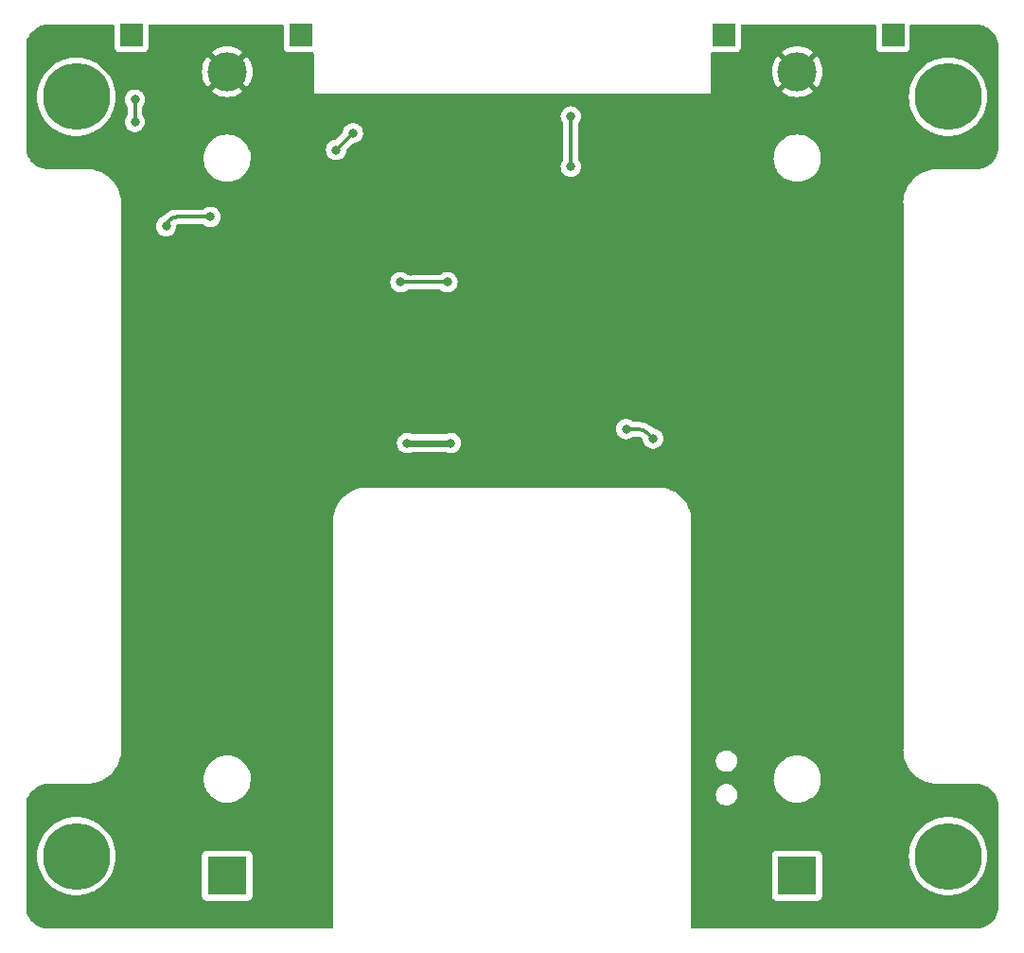
<source format=gbr>
%TF.GenerationSoftware,KiCad,Pcbnew,(6.0.7)*%
%TF.CreationDate,2022-10-18T10:08:25+03:00*%
%TF.ProjectId,TL-Node Rev.0,544c2d4e-6f64-4652-9052-65762e302e6b,rev?*%
%TF.SameCoordinates,Original*%
%TF.FileFunction,Copper,L2,Bot*%
%TF.FilePolarity,Positive*%
%FSLAX46Y46*%
G04 Gerber Fmt 4.6, Leading zero omitted, Abs format (unit mm)*
G04 Created by KiCad (PCBNEW (6.0.7)) date 2022-10-18 10:08:25*
%MOMM*%
%LPD*%
G01*
G04 APERTURE LIST*
%TA.AperFunction,ComponentPad*%
%ADD10C,0.800000*%
%TD*%
%TA.AperFunction,ComponentPad*%
%ADD11C,6.000000*%
%TD*%
%TA.AperFunction,ComponentPad*%
%ADD12R,2.000000X2.000000*%
%TD*%
%TA.AperFunction,ComponentPad*%
%ADD13R,3.500000X3.500000*%
%TD*%
%TA.AperFunction,ComponentPad*%
%ADD14C,3.500000*%
%TD*%
%TA.AperFunction,ViaPad*%
%ADD15C,0.800000*%
%TD*%
%TA.AperFunction,Conductor*%
%ADD16C,0.300000*%
%TD*%
%TA.AperFunction,Conductor*%
%ADD17C,0.600000*%
%TD*%
G04 APERTURE END LIST*
D10*
%TO.P,H2,1*%
%TO.N,N/C*%
X137409010Y-58590990D03*
X141250000Y-57000000D03*
X140590990Y-58590990D03*
D11*
X139000000Y-57000000D03*
D10*
X139000000Y-59250000D03*
X139000000Y-54750000D03*
X140590990Y-55409010D03*
X137409010Y-55409010D03*
X136750000Y-57000000D03*
%TD*%
D11*
%TO.P,H1,1*%
%TO.N,N/C*%
X61000000Y-57000000D03*
D10*
X59409010Y-58590990D03*
X62590990Y-58590990D03*
X58750000Y-57000000D03*
X59409010Y-55409010D03*
X62590990Y-55409010D03*
X61000000Y-54750000D03*
X63250000Y-57000000D03*
X61000000Y-59250000D03*
%TD*%
%TO.P,H4,1*%
%TO.N,N/C*%
X140590990Y-123409010D03*
X140590990Y-126590990D03*
X139000000Y-122750000D03*
X136750000Y-125000000D03*
X139000000Y-127250000D03*
X137409010Y-126590990D03*
X137409010Y-123409010D03*
D11*
X139000000Y-125000000D03*
D10*
X141250000Y-125000000D03*
%TD*%
D12*
%TO.P,SW3,1,1*%
%TO.N,+3.3V*%
X134060000Y-51500000D03*
%TO.P,SW3,2,2*%
%TO.N,/REED2*%
X118940000Y-51500000D03*
%TD*%
D10*
%TO.P,H3,1*%
%TO.N,N/C*%
X63250000Y-125000000D03*
X62590990Y-123409010D03*
X59409010Y-123409010D03*
X62590990Y-126590990D03*
X61000000Y-122750000D03*
X58750000Y-125000000D03*
X61000000Y-127250000D03*
X59409010Y-126590990D03*
D11*
X61000000Y-125000000D03*
%TD*%
D12*
%TO.P,SW2,1,1*%
%TO.N,+3.3V*%
X81060000Y-51500000D03*
%TO.P,SW2,2,2*%
%TO.N,/REED1*%
X65940000Y-51500000D03*
%TD*%
D13*
%TO.P,BT1,1,+*%
%TO.N,+BATT*%
X74500000Y-126750000D03*
D14*
%TO.P,BT1,2,-*%
%TO.N,GND*%
X74500000Y-54750000D03*
%TD*%
D13*
%TO.P,BT2,1,+*%
%TO.N,+BATT*%
X125500000Y-126750000D03*
D14*
%TO.P,BT2,2,-*%
%TO.N,GND*%
X125500000Y-54750000D03*
%TD*%
D15*
%TO.N,GND*%
X100500000Y-69300000D03*
X100500000Y-63900000D03*
X103200000Y-66600000D03*
X97700000Y-66600000D03*
X86050000Y-89750000D03*
X66300000Y-64900000D03*
X112800000Y-83400000D03*
X67200000Y-66300000D03*
X81700000Y-74100000D03*
X106750000Y-76250000D03*
X116150000Y-57500000D03*
X110000000Y-89400000D03*
X111700000Y-62700000D03*
X94000000Y-89400000D03*
X94400000Y-66600000D03*
X130100000Y-60400000D03*
X128600000Y-95200000D03*
X90900000Y-72600000D03*
X106500000Y-66600000D03*
X84000000Y-89600000D03*
X67250000Y-61000000D03*
X94400000Y-75000000D03*
X71325000Y-72600000D03*
X107000000Y-89400000D03*
X90250000Y-63750000D03*
X126600000Y-81200000D03*
X71325000Y-86600000D03*
X88750000Y-70500000D03*
X81200000Y-69300000D03*
X85250000Y-63000000D03*
X117250000Y-88250000D03*
X73325000Y-86600000D03*
X94000000Y-62670000D03*
X71400000Y-100600000D03*
X85250000Y-84525000D03*
X103500000Y-62900000D03*
X87250000Y-87025000D03*
X90300000Y-61600000D03*
X79000000Y-69039088D03*
X73400000Y-100600000D03*
X88600000Y-72500000D03*
X84250000Y-85275000D03*
X118250000Y-87500000D03*
X128600000Y-109200000D03*
X119400000Y-61400000D03*
X72650000Y-65550000D03*
X115000000Y-85800000D03*
X106500000Y-86500000D03*
X73325000Y-72600000D03*
X110000000Y-62700000D03*
X90500000Y-86500000D03*
X86700000Y-67300000D03*
X69200000Y-120400000D03*
X98250000Y-86500000D03*
X126600000Y-95200000D03*
X72350000Y-61000000D03*
X67250000Y-60000000D03*
X66300000Y-66750000D03*
X71000000Y-120400000D03*
X98750000Y-63000000D03*
X86000000Y-74500000D03*
X128600000Y-81200000D03*
X131700000Y-61600000D03*
X110300000Y-83300000D03*
X94300000Y-72200000D03*
X126800000Y-109200000D03*
X87000000Y-61250000D03*
X118000000Y-60400000D03*
X94500000Y-86400000D03*
X78250000Y-61500000D03*
X96500000Y-61500000D03*
X69000000Y-63750000D03*
X81200000Y-71500000D03*
X111700000Y-66150000D03*
X107000000Y-62700000D03*
X91000000Y-89400000D03*
X83100000Y-67300000D03*
X75100000Y-102100000D03*
X92500000Y-61600000D03*
%TO.N,/REED2*%
X105250000Y-58750000D03*
X105250000Y-63250000D03*
%TO.N,+3.3V*%
X85750000Y-60250000D03*
X84250000Y-61750000D03*
%TO.N,VBUS*%
X94200000Y-73600000D03*
X90600000Y-88000000D03*
X94500000Y-88000000D03*
X90000000Y-73600000D03*
%TO.N,/LDO2_EN*%
X110200000Y-86750000D03*
X112600000Y-87600000D03*
%TO.N,/MPU_INT*%
X66250000Y-59250000D03*
X66250000Y-57250000D03*
%TO.N,/3V3_MPU*%
X69040000Y-68580500D03*
X73000000Y-67750000D03*
%TD*%
D16*
%TO.N,/REED2*%
X105250000Y-63250000D02*
X105250000Y-58750000D01*
%TO.N,+3.3V*%
X84250000Y-61750000D02*
X85750000Y-60250000D01*
%TO.N,VBUS*%
X94200000Y-73600000D02*
X94400000Y-73600000D01*
X94200000Y-73600000D02*
X90000000Y-73600000D01*
D17*
X90600000Y-88000000D02*
X94500000Y-88000000D01*
D16*
%TO.N,/LDO2_EN*%
X111148959Y-86750000D02*
X110200000Y-86750000D01*
X112600000Y-87600000D02*
X112175000Y-87175000D01*
X112175012Y-87174988D02*
G75*
G03*
X111148959Y-86750000I-1026012J-1026012D01*
G01*
%TO.N,/MPU_INT*%
X66250000Y-59250000D02*
X66250000Y-57250000D01*
%TO.N,/3V3_MPU*%
X73000000Y-67750000D02*
X70040000Y-67750000D01*
X69040000Y-68750000D02*
G75*
G02*
X70040000Y-67750000I1000000J0D01*
G01*
%TD*%
%TA.AperFunction,Conductor*%
%TO.N,GND*%
G36*
X64373621Y-50528502D02*
G01*
X64420114Y-50582158D01*
X64431500Y-50634500D01*
X64431500Y-52548134D01*
X64438255Y-52610316D01*
X64489385Y-52746705D01*
X64576739Y-52863261D01*
X64693295Y-52950615D01*
X64829684Y-53001745D01*
X64891866Y-53008500D01*
X66988134Y-53008500D01*
X67050316Y-53001745D01*
X67099289Y-52983386D01*
X73096528Y-52983386D01*
X73102362Y-52993151D01*
X74487190Y-54377980D01*
X74501131Y-54385592D01*
X74502966Y-54385461D01*
X74509580Y-54381210D01*
X75895884Y-52994905D01*
X75903399Y-52981144D01*
X75896941Y-52971784D01*
X75880639Y-52957488D01*
X75874099Y-52952470D01*
X75634856Y-52792613D01*
X75627719Y-52788492D01*
X75369651Y-52661228D01*
X75362047Y-52658078D01*
X75089580Y-52565588D01*
X75081617Y-52563454D01*
X74799400Y-52507317D01*
X74791249Y-52506244D01*
X74504119Y-52487425D01*
X74495881Y-52487425D01*
X74208751Y-52506244D01*
X74200600Y-52507317D01*
X73918383Y-52563454D01*
X73910420Y-52565588D01*
X73637953Y-52658078D01*
X73630349Y-52661228D01*
X73372282Y-52788492D01*
X73365145Y-52792613D01*
X73125901Y-52952470D01*
X73119361Y-52957488D01*
X73104926Y-52970147D01*
X73096528Y-52983386D01*
X67099289Y-52983386D01*
X67186705Y-52950615D01*
X67303261Y-52863261D01*
X67390615Y-52746705D01*
X67441745Y-52610316D01*
X67448500Y-52548134D01*
X67448500Y-50634500D01*
X67468502Y-50566379D01*
X67522158Y-50519886D01*
X67574500Y-50508500D01*
X79425500Y-50508500D01*
X79493621Y-50528502D01*
X79540114Y-50582158D01*
X79551500Y-50634500D01*
X79551500Y-52548134D01*
X79558255Y-52610316D01*
X79609385Y-52746705D01*
X79696739Y-52863261D01*
X79813295Y-52950615D01*
X79949684Y-53001745D01*
X80011866Y-53008500D01*
X82108134Y-53008500D01*
X82111531Y-53008131D01*
X82114928Y-53007947D01*
X82114989Y-53009075D01*
X82180289Y-53020790D01*
X82232299Y-53069118D01*
X82250000Y-53133518D01*
X82250000Y-56750000D01*
X117750000Y-56750000D01*
X117750000Y-56518856D01*
X124096601Y-56518856D01*
X124103059Y-56528216D01*
X124119361Y-56542512D01*
X124125901Y-56547530D01*
X124365144Y-56707387D01*
X124372281Y-56711508D01*
X124630349Y-56838772D01*
X124637953Y-56841922D01*
X124910420Y-56934412D01*
X124918383Y-56936546D01*
X125200600Y-56992683D01*
X125208751Y-56993756D01*
X125495881Y-57012575D01*
X125504119Y-57012575D01*
X125695981Y-57000000D01*
X135486685Y-57000000D01*
X135505931Y-57367241D01*
X135563459Y-57730459D01*
X135658639Y-58085674D01*
X135790427Y-58428994D01*
X135791925Y-58431934D01*
X135938078Y-58718774D01*
X135957380Y-58756657D01*
X135959176Y-58759423D01*
X135959178Y-58759426D01*
X136072135Y-58933365D01*
X136157668Y-59065075D01*
X136389098Y-59350867D01*
X136649133Y-59610902D01*
X136934925Y-59842332D01*
X137243342Y-60042620D01*
X137246276Y-60044115D01*
X137246283Y-60044119D01*
X137524321Y-60185786D01*
X137571006Y-60209573D01*
X137914326Y-60341361D01*
X138269541Y-60436541D01*
X138446541Y-60464575D01*
X138629511Y-60493555D01*
X138629519Y-60493556D01*
X138632759Y-60494069D01*
X139000000Y-60513315D01*
X139367241Y-60494069D01*
X139370481Y-60493556D01*
X139370489Y-60493555D01*
X139553459Y-60464575D01*
X139730459Y-60436541D01*
X140085674Y-60341361D01*
X140428994Y-60209573D01*
X140475679Y-60185786D01*
X140753717Y-60044119D01*
X140753724Y-60044115D01*
X140756658Y-60042620D01*
X141065075Y-59842332D01*
X141350867Y-59610902D01*
X141610902Y-59350867D01*
X141842332Y-59065075D01*
X141927865Y-58933365D01*
X142040822Y-58759426D01*
X142040824Y-58759423D01*
X142042620Y-58756657D01*
X142061923Y-58718774D01*
X142208075Y-58431934D01*
X142209573Y-58428994D01*
X142341361Y-58085674D01*
X142436541Y-57730459D01*
X142494069Y-57367241D01*
X142513315Y-57000000D01*
X142494069Y-56632759D01*
X142485087Y-56576045D01*
X142454227Y-56381206D01*
X142436541Y-56269541D01*
X142341361Y-55914326D01*
X142209573Y-55571006D01*
X142147327Y-55448841D01*
X142044119Y-55246284D01*
X142044115Y-55246277D01*
X142042620Y-55243343D01*
X141842332Y-54934925D01*
X141610902Y-54649133D01*
X141350867Y-54389098D01*
X141065075Y-54157668D01*
X140756658Y-53957380D01*
X140753724Y-53955885D01*
X140753717Y-53955881D01*
X140431934Y-53791925D01*
X140428994Y-53790427D01*
X140085674Y-53658639D01*
X139730459Y-53563459D01*
X139537442Y-53532888D01*
X139370489Y-53506445D01*
X139370481Y-53506444D01*
X139367241Y-53505931D01*
X139000000Y-53486685D01*
X138632759Y-53505931D01*
X138629519Y-53506444D01*
X138629511Y-53506445D01*
X138462558Y-53532888D01*
X138269541Y-53563459D01*
X137914326Y-53658639D01*
X137571006Y-53790427D01*
X137568066Y-53791925D01*
X137246284Y-53955881D01*
X137246277Y-53955885D01*
X137243343Y-53957380D01*
X136934925Y-54157668D01*
X136649133Y-54389098D01*
X136389098Y-54649133D01*
X136157668Y-54934925D01*
X135957380Y-55243343D01*
X135955885Y-55246277D01*
X135955881Y-55246284D01*
X135852673Y-55448841D01*
X135790427Y-55571006D01*
X135658639Y-55914326D01*
X135563459Y-56269541D01*
X135545773Y-56381206D01*
X135514914Y-56576045D01*
X135505931Y-56632759D01*
X135486685Y-57000000D01*
X125695981Y-57000000D01*
X125791249Y-56993756D01*
X125799400Y-56992683D01*
X126081617Y-56936546D01*
X126089580Y-56934412D01*
X126362047Y-56841922D01*
X126369651Y-56838772D01*
X126627719Y-56711508D01*
X126634856Y-56707387D01*
X126874099Y-56547530D01*
X126880639Y-56542512D01*
X126895074Y-56529853D01*
X126903472Y-56516614D01*
X126897638Y-56506849D01*
X125512810Y-55122020D01*
X125498869Y-55114408D01*
X125497034Y-55114539D01*
X125490420Y-55118790D01*
X124104116Y-56505095D01*
X124096601Y-56518856D01*
X117750000Y-56518856D01*
X117750000Y-54754119D01*
X123237425Y-54754119D01*
X123256244Y-55041249D01*
X123257317Y-55049400D01*
X123313454Y-55331617D01*
X123315588Y-55339580D01*
X123408078Y-55612047D01*
X123411228Y-55619651D01*
X123538492Y-55877718D01*
X123542613Y-55884855D01*
X123702470Y-56124099D01*
X123707488Y-56130639D01*
X123720147Y-56145074D01*
X123733386Y-56153472D01*
X123743151Y-56147638D01*
X125127980Y-54762810D01*
X125134357Y-54751131D01*
X125864408Y-54751131D01*
X125864539Y-54752966D01*
X125868790Y-54759580D01*
X127255095Y-56145884D01*
X127268856Y-56153399D01*
X127278216Y-56146941D01*
X127292512Y-56130639D01*
X127297530Y-56124099D01*
X127457387Y-55884855D01*
X127461508Y-55877718D01*
X127588772Y-55619651D01*
X127591922Y-55612047D01*
X127684412Y-55339580D01*
X127686546Y-55331617D01*
X127742683Y-55049400D01*
X127743756Y-55041249D01*
X127762575Y-54754119D01*
X127762575Y-54745881D01*
X127743756Y-54458751D01*
X127742683Y-54450600D01*
X127686546Y-54168383D01*
X127684412Y-54160420D01*
X127591922Y-53887953D01*
X127588772Y-53880349D01*
X127461508Y-53622282D01*
X127457387Y-53615145D01*
X127297530Y-53375901D01*
X127292512Y-53369361D01*
X127279853Y-53354926D01*
X127266614Y-53346528D01*
X127256849Y-53352362D01*
X125872020Y-54737190D01*
X125864408Y-54751131D01*
X125134357Y-54751131D01*
X125135592Y-54748869D01*
X125135461Y-54747034D01*
X125131210Y-54740420D01*
X123744905Y-53354116D01*
X123731144Y-53346601D01*
X123721784Y-53353059D01*
X123707488Y-53369361D01*
X123702470Y-53375901D01*
X123542613Y-53615145D01*
X123538492Y-53622282D01*
X123411228Y-53880349D01*
X123408078Y-53887953D01*
X123315588Y-54160420D01*
X123313454Y-54168383D01*
X123257317Y-54450600D01*
X123256244Y-54458751D01*
X123237425Y-54745881D01*
X123237425Y-54754119D01*
X117750000Y-54754119D01*
X117750000Y-53133518D01*
X117770002Y-53065397D01*
X117823658Y-53018904D01*
X117885015Y-53008992D01*
X117885072Y-53007947D01*
X117888469Y-53008131D01*
X117891866Y-53008500D01*
X119988134Y-53008500D01*
X120050316Y-53001745D01*
X120099289Y-52983386D01*
X124096528Y-52983386D01*
X124102362Y-52993151D01*
X125487190Y-54377980D01*
X125501131Y-54385592D01*
X125502966Y-54385461D01*
X125509580Y-54381210D01*
X126895884Y-52994905D01*
X126903399Y-52981144D01*
X126896941Y-52971784D01*
X126880639Y-52957488D01*
X126874099Y-52952470D01*
X126634856Y-52792613D01*
X126627719Y-52788492D01*
X126369651Y-52661228D01*
X126362047Y-52658078D01*
X126089580Y-52565588D01*
X126081617Y-52563454D01*
X125799400Y-52507317D01*
X125791249Y-52506244D01*
X125504119Y-52487425D01*
X125495881Y-52487425D01*
X125208751Y-52506244D01*
X125200600Y-52507317D01*
X124918383Y-52563454D01*
X124910420Y-52565588D01*
X124637953Y-52658078D01*
X124630349Y-52661228D01*
X124372282Y-52788492D01*
X124365145Y-52792613D01*
X124125901Y-52952470D01*
X124119361Y-52957488D01*
X124104926Y-52970147D01*
X124096528Y-52983386D01*
X120099289Y-52983386D01*
X120186705Y-52950615D01*
X120303261Y-52863261D01*
X120390615Y-52746705D01*
X120441745Y-52610316D01*
X120448500Y-52548134D01*
X120448500Y-50634500D01*
X120468502Y-50566379D01*
X120522158Y-50519886D01*
X120574500Y-50508500D01*
X132425500Y-50508500D01*
X132493621Y-50528502D01*
X132540114Y-50582158D01*
X132551500Y-50634500D01*
X132551500Y-52548134D01*
X132558255Y-52610316D01*
X132609385Y-52746705D01*
X132696739Y-52863261D01*
X132813295Y-52950615D01*
X132949684Y-53001745D01*
X133011866Y-53008500D01*
X135108134Y-53008500D01*
X135170316Y-53001745D01*
X135306705Y-52950615D01*
X135423261Y-52863261D01*
X135510615Y-52746705D01*
X135561745Y-52610316D01*
X135568500Y-52548134D01*
X135568500Y-50634500D01*
X135588502Y-50566379D01*
X135642158Y-50519886D01*
X135694500Y-50508500D01*
X141450633Y-50508500D01*
X141470018Y-50510000D01*
X141484851Y-50512310D01*
X141484855Y-50512310D01*
X141493724Y-50513691D01*
X141510012Y-50511561D01*
X141534589Y-50510767D01*
X141561441Y-50512527D01*
X141751701Y-50524998D01*
X141768041Y-50527149D01*
X141887691Y-50550949D01*
X142007343Y-50574749D01*
X142023257Y-50579013D01*
X142138776Y-50618227D01*
X142254292Y-50657439D01*
X142269519Y-50663746D01*
X142488342Y-50771657D01*
X142502616Y-50779898D01*
X142705478Y-50915447D01*
X142718553Y-50925480D01*
X142901993Y-51086352D01*
X142913648Y-51098007D01*
X143074520Y-51281447D01*
X143084553Y-51294522D01*
X143220102Y-51497384D01*
X143228343Y-51511658D01*
X143336254Y-51730481D01*
X143342561Y-51745708D01*
X143420986Y-51976740D01*
X143425252Y-51992660D01*
X143472851Y-52231959D01*
X143475002Y-52248299D01*
X143488763Y-52458236D01*
X143487733Y-52481350D01*
X143487690Y-52484854D01*
X143486309Y-52493724D01*
X143487473Y-52502626D01*
X143487473Y-52502628D01*
X143490436Y-52525283D01*
X143491500Y-52541621D01*
X143491500Y-61450633D01*
X143490000Y-61470018D01*
X143487690Y-61484851D01*
X143487690Y-61484855D01*
X143486309Y-61493724D01*
X143488136Y-61507694D01*
X143488439Y-61510010D01*
X143489233Y-61534590D01*
X143475002Y-61751701D01*
X143472851Y-61768041D01*
X143466501Y-61799964D01*
X143439967Y-61933364D01*
X143425252Y-62007340D01*
X143420986Y-62023260D01*
X143342561Y-62254292D01*
X143336254Y-62269519D01*
X143228343Y-62488342D01*
X143220102Y-62502616D01*
X143084553Y-62705478D01*
X143074520Y-62718553D01*
X142913648Y-62901993D01*
X142901993Y-62913648D01*
X142718553Y-63074520D01*
X142705478Y-63084553D01*
X142502616Y-63220102D01*
X142488342Y-63228343D01*
X142269519Y-63336254D01*
X142254292Y-63342561D01*
X142138776Y-63381774D01*
X142023257Y-63420987D01*
X142007343Y-63425251D01*
X141933558Y-63439928D01*
X141768041Y-63472851D01*
X141751701Y-63475002D01*
X141610437Y-63484262D01*
X141541763Y-63488763D01*
X141518650Y-63487733D01*
X141515146Y-63487690D01*
X141506276Y-63486309D01*
X141497374Y-63487473D01*
X141497372Y-63487473D01*
X141483915Y-63489233D01*
X141474714Y-63490436D01*
X141458379Y-63491500D01*
X138053250Y-63491500D01*
X138032345Y-63489754D01*
X138017344Y-63487230D01*
X138017341Y-63487230D01*
X138012552Y-63486424D01*
X138006276Y-63486347D01*
X138004859Y-63486330D01*
X138004856Y-63486330D01*
X138000000Y-63486271D01*
X137995191Y-63486960D01*
X137995187Y-63486960D01*
X137994127Y-63487112D01*
X137993497Y-63487202D01*
X137982232Y-63488302D01*
X137685095Y-63503874D01*
X137681855Y-63504387D01*
X137681847Y-63504388D01*
X137539060Y-63527004D01*
X137373639Y-63553204D01*
X137069046Y-63634820D01*
X136774653Y-63747826D01*
X136493686Y-63890987D01*
X136490920Y-63892783D01*
X136490917Y-63892785D01*
X136440497Y-63925528D01*
X136229221Y-64062732D01*
X135984158Y-64261180D01*
X135761180Y-64484158D01*
X135562732Y-64729221D01*
X135390987Y-64993686D01*
X135247826Y-65274653D01*
X135134820Y-65569046D01*
X135053204Y-65873639D01*
X135003874Y-66185095D01*
X135003702Y-66188385D01*
X134988743Y-66473827D01*
X134987704Y-66483841D01*
X134987692Y-66484846D01*
X134986309Y-66493724D01*
X134987474Y-66502630D01*
X134990436Y-66525283D01*
X134991500Y-66541621D01*
X134991500Y-115450633D01*
X134990000Y-115470018D01*
X134986309Y-115493724D01*
X134987472Y-115502625D01*
X134987452Y-115504296D01*
X134987788Y-115507970D01*
X134994050Y-115627459D01*
X135003874Y-115814905D01*
X135004387Y-115818145D01*
X135004388Y-115818153D01*
X135027004Y-115960940D01*
X135053204Y-116126361D01*
X135134820Y-116430954D01*
X135247826Y-116725347D01*
X135249324Y-116728287D01*
X135334520Y-116895492D01*
X135390987Y-117006315D01*
X135562732Y-117270779D01*
X135761180Y-117515842D01*
X135984158Y-117738820D01*
X136229221Y-117937268D01*
X136231993Y-117939068D01*
X136231996Y-117939070D01*
X136490916Y-118107214D01*
X136493686Y-118109013D01*
X136774653Y-118252174D01*
X137069046Y-118365180D01*
X137373639Y-118446796D01*
X137539060Y-118472996D01*
X137681847Y-118495612D01*
X137681855Y-118495613D01*
X137685095Y-118496126D01*
X137845066Y-118504509D01*
X137966394Y-118510868D01*
X137980689Y-118512439D01*
X137987448Y-118513576D01*
X137993991Y-118513656D01*
X137995140Y-118513670D01*
X137995143Y-118513670D01*
X138000000Y-118513729D01*
X138027624Y-118509773D01*
X138045486Y-118508500D01*
X141450633Y-118508500D01*
X141470018Y-118510000D01*
X141484851Y-118512310D01*
X141484855Y-118512310D01*
X141493724Y-118513691D01*
X141510012Y-118511561D01*
X141534589Y-118510767D01*
X141561441Y-118512527D01*
X141751701Y-118524998D01*
X141768041Y-118527149D01*
X141854799Y-118544406D01*
X142007343Y-118574749D01*
X142023257Y-118579013D01*
X142122071Y-118612556D01*
X142254292Y-118657439D01*
X142269519Y-118663746D01*
X142488342Y-118771657D01*
X142502616Y-118779898D01*
X142705478Y-118915447D01*
X142718553Y-118925480D01*
X142901993Y-119086352D01*
X142913648Y-119098007D01*
X143074520Y-119281447D01*
X143084553Y-119294522D01*
X143220102Y-119497384D01*
X143228343Y-119511658D01*
X143336254Y-119730481D01*
X143342561Y-119745708D01*
X143420986Y-119976740D01*
X143425252Y-119992660D01*
X143472851Y-120231959D01*
X143475002Y-120248299D01*
X143478012Y-120294223D01*
X143488694Y-120457176D01*
X143488763Y-120458236D01*
X143487733Y-120481350D01*
X143487690Y-120484854D01*
X143486309Y-120493724D01*
X143487473Y-120502626D01*
X143487473Y-120502628D01*
X143490436Y-120525283D01*
X143491500Y-120541621D01*
X143491500Y-129450633D01*
X143490000Y-129470018D01*
X143487690Y-129484851D01*
X143487690Y-129484855D01*
X143486309Y-129493724D01*
X143488136Y-129507694D01*
X143488439Y-129510010D01*
X143489233Y-129534590D01*
X143475002Y-129751701D01*
X143472851Y-129768041D01*
X143425252Y-130007340D01*
X143420986Y-130023260D01*
X143342561Y-130254292D01*
X143336254Y-130269519D01*
X143228343Y-130488342D01*
X143220102Y-130502616D01*
X143084553Y-130705478D01*
X143074520Y-130718553D01*
X142913648Y-130901993D01*
X142901993Y-130913648D01*
X142718553Y-131074520D01*
X142705478Y-131084553D01*
X142502616Y-131220102D01*
X142488342Y-131228343D01*
X142269519Y-131336254D01*
X142254292Y-131342561D01*
X142186716Y-131365500D01*
X142023257Y-131420987D01*
X142007343Y-131425251D01*
X141887691Y-131449051D01*
X141768041Y-131472851D01*
X141751701Y-131475002D01*
X141610437Y-131484262D01*
X141541763Y-131488763D01*
X141518650Y-131487733D01*
X141515146Y-131487690D01*
X141506276Y-131486309D01*
X141497374Y-131487473D01*
X141497372Y-131487473D01*
X141483915Y-131489233D01*
X141474714Y-131490436D01*
X141458379Y-131491500D01*
X116134500Y-131491500D01*
X116066379Y-131471498D01*
X116019886Y-131417842D01*
X116008500Y-131365500D01*
X116008500Y-128548134D01*
X123241500Y-128548134D01*
X123248255Y-128610316D01*
X123299385Y-128746705D01*
X123386739Y-128863261D01*
X123503295Y-128950615D01*
X123639684Y-129001745D01*
X123701866Y-129008500D01*
X127298134Y-129008500D01*
X127360316Y-129001745D01*
X127496705Y-128950615D01*
X127613261Y-128863261D01*
X127700615Y-128746705D01*
X127751745Y-128610316D01*
X127758500Y-128548134D01*
X127758500Y-125000000D01*
X135486685Y-125000000D01*
X135505931Y-125367241D01*
X135563459Y-125730459D01*
X135658639Y-126085674D01*
X135790427Y-126428994D01*
X135957380Y-126756657D01*
X136157668Y-127065075D01*
X136389098Y-127350867D01*
X136649133Y-127610902D01*
X136934925Y-127842332D01*
X137243342Y-128042620D01*
X137246276Y-128044115D01*
X137246283Y-128044119D01*
X137568066Y-128208075D01*
X137571006Y-128209573D01*
X137914326Y-128341361D01*
X138269541Y-128436541D01*
X138462558Y-128467112D01*
X138629511Y-128493555D01*
X138629519Y-128493556D01*
X138632759Y-128494069D01*
X139000000Y-128513315D01*
X139367241Y-128494069D01*
X139370481Y-128493556D01*
X139370489Y-128493555D01*
X139537442Y-128467112D01*
X139730459Y-128436541D01*
X140085674Y-128341361D01*
X140428994Y-128209573D01*
X140431934Y-128208075D01*
X140753717Y-128044119D01*
X140753724Y-128044115D01*
X140756658Y-128042620D01*
X141065075Y-127842332D01*
X141350867Y-127610902D01*
X141610902Y-127350867D01*
X141842332Y-127065075D01*
X142042620Y-126756657D01*
X142209573Y-126428994D01*
X142341361Y-126085674D01*
X142436541Y-125730459D01*
X142494069Y-125367241D01*
X142513315Y-125000000D01*
X142494069Y-124632759D01*
X142436541Y-124269541D01*
X142341361Y-123914326D01*
X142209573Y-123571006D01*
X142042620Y-123243343D01*
X141842332Y-122934925D01*
X141610902Y-122649133D01*
X141350867Y-122389098D01*
X141065075Y-122157668D01*
X140756658Y-121957380D01*
X140753724Y-121955885D01*
X140753717Y-121955881D01*
X140431934Y-121791925D01*
X140428994Y-121790427D01*
X140085674Y-121658639D01*
X139730459Y-121563459D01*
X139537442Y-121532888D01*
X139370489Y-121506445D01*
X139370481Y-121506444D01*
X139367241Y-121505931D01*
X139000000Y-121486685D01*
X138632759Y-121505931D01*
X138629519Y-121506444D01*
X138629511Y-121506445D01*
X138462558Y-121532888D01*
X138269541Y-121563459D01*
X137914326Y-121658639D01*
X137571006Y-121790427D01*
X137568066Y-121791925D01*
X137246284Y-121955881D01*
X137246277Y-121955885D01*
X137243343Y-121957380D01*
X136934925Y-122157668D01*
X136649133Y-122389098D01*
X136389098Y-122649133D01*
X136157668Y-122934925D01*
X135957380Y-123243343D01*
X135790427Y-123571006D01*
X135658639Y-123914326D01*
X135563459Y-124269541D01*
X135505931Y-124632759D01*
X135486685Y-125000000D01*
X127758500Y-125000000D01*
X127758500Y-124951866D01*
X127751745Y-124889684D01*
X127700615Y-124753295D01*
X127613261Y-124636739D01*
X127496705Y-124549385D01*
X127360316Y-124498255D01*
X127298134Y-124491500D01*
X123701866Y-124491500D01*
X123639684Y-124498255D01*
X123503295Y-124549385D01*
X123386739Y-124636739D01*
X123299385Y-124753295D01*
X123248255Y-124889684D01*
X123241500Y-124951866D01*
X123241500Y-128548134D01*
X116008500Y-128548134D01*
X116008500Y-119547064D01*
X118207707Y-119547064D01*
X118236825Y-119739599D01*
X118239028Y-119745585D01*
X118239029Y-119745591D01*
X118301860Y-119916360D01*
X118301862Y-119916365D01*
X118304063Y-119922346D01*
X118307425Y-119927768D01*
X118380756Y-120046038D01*
X118406674Y-120087840D01*
X118411055Y-120092473D01*
X118411056Y-120092474D01*
X118474312Y-120159366D01*
X118540466Y-120229322D01*
X118699975Y-120341011D01*
X118705838Y-120343548D01*
X118872825Y-120415810D01*
X118872829Y-120415811D01*
X118878684Y-120418345D01*
X118884931Y-120419650D01*
X118884934Y-120419651D01*
X119064557Y-120457176D01*
X119064562Y-120457177D01*
X119069293Y-120458165D01*
X119075685Y-120458500D01*
X119218663Y-120458500D01*
X119287951Y-120451462D01*
X119357378Y-120444410D01*
X119357379Y-120444410D01*
X119363727Y-120443765D01*
X119444843Y-120418345D01*
X119543451Y-120387444D01*
X119543456Y-120387442D01*
X119549541Y-120385535D01*
X119636475Y-120337346D01*
X119714271Y-120294223D01*
X119714274Y-120294221D01*
X119719850Y-120291130D01*
X119724691Y-120286981D01*
X119724695Y-120286978D01*
X119862855Y-120168560D01*
X119867698Y-120164409D01*
X119885513Y-120141443D01*
X119983131Y-120015594D01*
X119987046Y-120010547D01*
X119999833Y-119984562D01*
X120070200Y-119841556D01*
X120073018Y-119835829D01*
X120095400Y-119749904D01*
X120120492Y-119653575D01*
X120120492Y-119653572D01*
X120122102Y-119647393D01*
X120132293Y-119452936D01*
X120103175Y-119260401D01*
X120100972Y-119254415D01*
X120100971Y-119254409D01*
X120038140Y-119083640D01*
X120038138Y-119083635D01*
X120035937Y-119077654D01*
X119933326Y-118912160D01*
X119799534Y-118770678D01*
X119640025Y-118658989D01*
X119592013Y-118638212D01*
X119467175Y-118584190D01*
X119467171Y-118584189D01*
X119461316Y-118581655D01*
X119455069Y-118580350D01*
X119455066Y-118580349D01*
X119275443Y-118542824D01*
X119275438Y-118542823D01*
X119270707Y-118541835D01*
X119264315Y-118541500D01*
X119121337Y-118541500D01*
X119092728Y-118544406D01*
X118982622Y-118555590D01*
X118982621Y-118555590D01*
X118976273Y-118556235D01*
X118919939Y-118573889D01*
X118796549Y-118612556D01*
X118796544Y-118612558D01*
X118790459Y-118614465D01*
X118714713Y-118656452D01*
X118625729Y-118705777D01*
X118625726Y-118705779D01*
X118620150Y-118708870D01*
X118615309Y-118713019D01*
X118615305Y-118713022D01*
X118494261Y-118816770D01*
X118472302Y-118835591D01*
X118352954Y-118989453D01*
X118350138Y-118995176D01*
X118350136Y-118995179D01*
X118308297Y-119080208D01*
X118266982Y-119164171D01*
X118265373Y-119170349D01*
X118265372Y-119170351D01*
X118234818Y-119287652D01*
X118217898Y-119352607D01*
X118217564Y-119358986D01*
X118208312Y-119535528D01*
X118207707Y-119547064D01*
X116008500Y-119547064D01*
X116008500Y-118237703D01*
X123390743Y-118237703D01*
X123391302Y-118241947D01*
X123391302Y-118241951D01*
X123407526Y-118365180D01*
X123428268Y-118522734D01*
X123504129Y-118800036D01*
X123616923Y-119064476D01*
X123636991Y-119098007D01*
X123754603Y-119294522D01*
X123764561Y-119311161D01*
X123944313Y-119535528D01*
X124152851Y-119733423D01*
X124386317Y-119901186D01*
X124390112Y-119903195D01*
X124390113Y-119903196D01*
X124411869Y-119914715D01*
X124640392Y-120035712D01*
X124910373Y-120134511D01*
X125191264Y-120195755D01*
X125219841Y-120198004D01*
X125414282Y-120213307D01*
X125414291Y-120213307D01*
X125416739Y-120213500D01*
X125572271Y-120213500D01*
X125574407Y-120213354D01*
X125574418Y-120213354D01*
X125782548Y-120199165D01*
X125782554Y-120199164D01*
X125786825Y-120198873D01*
X125791020Y-120198004D01*
X125791022Y-120198004D01*
X125977598Y-120159366D01*
X126068342Y-120140574D01*
X126339343Y-120044607D01*
X126594812Y-119912750D01*
X126598313Y-119910289D01*
X126598317Y-119910287D01*
X126713053Y-119829649D01*
X126830023Y-119747441D01*
X127040622Y-119551740D01*
X127222713Y-119329268D01*
X127372927Y-119084142D01*
X127488483Y-118820898D01*
X127567244Y-118544406D01*
X127607751Y-118259784D01*
X127607845Y-118241951D01*
X127609235Y-117976583D01*
X127609235Y-117976576D01*
X127609257Y-117972297D01*
X127604883Y-117939068D01*
X127579705Y-117747826D01*
X127571732Y-117687266D01*
X127495871Y-117409964D01*
X127418820Y-117229322D01*
X127384763Y-117149476D01*
X127384761Y-117149472D01*
X127383077Y-117145524D01*
X127245925Y-116916360D01*
X127237643Y-116902521D01*
X127237640Y-116902517D01*
X127235439Y-116898839D01*
X127055687Y-116674472D01*
X126847149Y-116476577D01*
X126613683Y-116308814D01*
X126591843Y-116297250D01*
X126510930Y-116254409D01*
X126359608Y-116174288D01*
X126111901Y-116083640D01*
X126093658Y-116076964D01*
X126093656Y-116076963D01*
X126089627Y-116075489D01*
X125808736Y-116014245D01*
X125777685Y-116011801D01*
X125585718Y-115996693D01*
X125585709Y-115996693D01*
X125583261Y-115996500D01*
X125427729Y-115996500D01*
X125425593Y-115996646D01*
X125425582Y-115996646D01*
X125217452Y-116010835D01*
X125217446Y-116010836D01*
X125213175Y-116011127D01*
X125208980Y-116011996D01*
X125208978Y-116011996D01*
X125072417Y-116040276D01*
X124931658Y-116069426D01*
X124660657Y-116165393D01*
X124405188Y-116297250D01*
X124401687Y-116299711D01*
X124401683Y-116299713D01*
X124287582Y-116379905D01*
X124169977Y-116462559D01*
X124154892Y-116476577D01*
X123964420Y-116653575D01*
X123959378Y-116658260D01*
X123777287Y-116880732D01*
X123627073Y-117125858D01*
X123625347Y-117129791D01*
X123625346Y-117129792D01*
X123532627Y-117341011D01*
X123511517Y-117389102D01*
X123510342Y-117393229D01*
X123510341Y-117393230D01*
X123483838Y-117486271D01*
X123432756Y-117665594D01*
X123429672Y-117687266D01*
X123393836Y-117939068D01*
X123392249Y-117950216D01*
X123392227Y-117954505D01*
X123392226Y-117954512D01*
X123391417Y-118109013D01*
X123390743Y-118237703D01*
X116008500Y-118237703D01*
X116008500Y-116547064D01*
X118207707Y-116547064D01*
X118236825Y-116739599D01*
X118239028Y-116745585D01*
X118239029Y-116745591D01*
X118301860Y-116916360D01*
X118301862Y-116916365D01*
X118304063Y-116922346D01*
X118406674Y-117087840D01*
X118411055Y-117092473D01*
X118411056Y-117092474D01*
X118446346Y-117129792D01*
X118540466Y-117229322D01*
X118699975Y-117341011D01*
X118705838Y-117343548D01*
X118872825Y-117415810D01*
X118872829Y-117415811D01*
X118878684Y-117418345D01*
X118884931Y-117419650D01*
X118884934Y-117419651D01*
X119064557Y-117457176D01*
X119064562Y-117457177D01*
X119069293Y-117458165D01*
X119075685Y-117458500D01*
X119218663Y-117458500D01*
X119287951Y-117451462D01*
X119357378Y-117444410D01*
X119357379Y-117444410D01*
X119363727Y-117443765D01*
X119420061Y-117426111D01*
X119543451Y-117387444D01*
X119543456Y-117387442D01*
X119549541Y-117385535D01*
X119636475Y-117337346D01*
X119714271Y-117294223D01*
X119714274Y-117294221D01*
X119719850Y-117291130D01*
X119724691Y-117286981D01*
X119724695Y-117286978D01*
X119862855Y-117168560D01*
X119867698Y-117164409D01*
X119987046Y-117010547D01*
X120027779Y-116927768D01*
X120070200Y-116841556D01*
X120073018Y-116835829D01*
X120074628Y-116829649D01*
X120120492Y-116653575D01*
X120120492Y-116653572D01*
X120122102Y-116647393D01*
X120130049Y-116495750D01*
X120131959Y-116459317D01*
X120131959Y-116459313D01*
X120132293Y-116452936D01*
X120103175Y-116260401D01*
X120100972Y-116254415D01*
X120100971Y-116254409D01*
X120038140Y-116083640D01*
X120038138Y-116083635D01*
X120035937Y-116077654D01*
X119933326Y-115912160D01*
X119799534Y-115770678D01*
X119640025Y-115658989D01*
X119592013Y-115638212D01*
X119467175Y-115584190D01*
X119467171Y-115584189D01*
X119461316Y-115581655D01*
X119455069Y-115580350D01*
X119455066Y-115580349D01*
X119275443Y-115542824D01*
X119275438Y-115542823D01*
X119270707Y-115541835D01*
X119264315Y-115541500D01*
X119121337Y-115541500D01*
X119052049Y-115548538D01*
X118982622Y-115555590D01*
X118982621Y-115555590D01*
X118976273Y-115556235D01*
X118919939Y-115573889D01*
X118796549Y-115612556D01*
X118796544Y-115612558D01*
X118790459Y-115614465D01*
X118714713Y-115656452D01*
X118625729Y-115705777D01*
X118625726Y-115705779D01*
X118620150Y-115708870D01*
X118615309Y-115713019D01*
X118615305Y-115713022D01*
X118560562Y-115759943D01*
X118472302Y-115835591D01*
X118352954Y-115989453D01*
X118350138Y-115995176D01*
X118350136Y-115995179D01*
X118306608Y-116083640D01*
X118266982Y-116164171D01*
X118265373Y-116170349D01*
X118265372Y-116170351D01*
X118241470Y-116262114D01*
X118217898Y-116352607D01*
X118207707Y-116547064D01*
X116008500Y-116547064D01*
X116008500Y-95053250D01*
X116010246Y-95032345D01*
X116012770Y-95017344D01*
X116012770Y-95017341D01*
X116013576Y-95012552D01*
X116013729Y-95000000D01*
X116012798Y-94993497D01*
X116011697Y-94982225D01*
X116011257Y-94973827D01*
X115996126Y-94685095D01*
X115946796Y-94373639D01*
X115865180Y-94069046D01*
X115752174Y-93774653D01*
X115609013Y-93493686D01*
X115437268Y-93229221D01*
X115238820Y-92984158D01*
X115015842Y-92761180D01*
X114770779Y-92562732D01*
X114506315Y-92390987D01*
X114503383Y-92389493D01*
X114503376Y-92389489D01*
X114228287Y-92249324D01*
X114225347Y-92247826D01*
X113930954Y-92134820D01*
X113626361Y-92053204D01*
X113460940Y-92027004D01*
X113318153Y-92004388D01*
X113318145Y-92004387D01*
X113314905Y-92003874D01*
X113154934Y-91995491D01*
X113033606Y-91989132D01*
X113019311Y-91987561D01*
X113012552Y-91986424D01*
X113006009Y-91986344D01*
X113004860Y-91986330D01*
X113004857Y-91986330D01*
X113000000Y-91986271D01*
X112975679Y-91989754D01*
X112972376Y-91990227D01*
X112954514Y-91991500D01*
X87053250Y-91991500D01*
X87032345Y-91989754D01*
X87017344Y-91987230D01*
X87017341Y-91987230D01*
X87012552Y-91986424D01*
X87006276Y-91986348D01*
X87004859Y-91986330D01*
X87004856Y-91986330D01*
X87000000Y-91986271D01*
X86995191Y-91986960D01*
X86995187Y-91986960D01*
X86994127Y-91987112D01*
X86993497Y-91987202D01*
X86982232Y-91988302D01*
X86685095Y-92003874D01*
X86681855Y-92004387D01*
X86681847Y-92004388D01*
X86539060Y-92027004D01*
X86373639Y-92053204D01*
X86069046Y-92134820D01*
X85774653Y-92247826D01*
X85493686Y-92390987D01*
X85490920Y-92392783D01*
X85490917Y-92392785D01*
X85317287Y-92505541D01*
X85229221Y-92562732D01*
X84984158Y-92761180D01*
X84761180Y-92984158D01*
X84562732Y-93229221D01*
X84390987Y-93493686D01*
X84247826Y-93774653D01*
X84134820Y-94069046D01*
X84053204Y-94373639D01*
X84003874Y-94685095D01*
X84003702Y-94688385D01*
X83988743Y-94973827D01*
X83987704Y-94983841D01*
X83987692Y-94984846D01*
X83986309Y-94993724D01*
X83987474Y-95002630D01*
X83990436Y-95025283D01*
X83991500Y-95041621D01*
X83991500Y-131365500D01*
X83971498Y-131433621D01*
X83917842Y-131480114D01*
X83865500Y-131491500D01*
X58549367Y-131491500D01*
X58529982Y-131490000D01*
X58515149Y-131487690D01*
X58515145Y-131487690D01*
X58506276Y-131486309D01*
X58489988Y-131488439D01*
X58465411Y-131489233D01*
X58420801Y-131486309D01*
X58248299Y-131475002D01*
X58231959Y-131472851D01*
X58112309Y-131449051D01*
X57992657Y-131425251D01*
X57976743Y-131420987D01*
X57813284Y-131365500D01*
X57745708Y-131342561D01*
X57730481Y-131336254D01*
X57511658Y-131228343D01*
X57497384Y-131220102D01*
X57294522Y-131084553D01*
X57281447Y-131074520D01*
X57098007Y-130913648D01*
X57086352Y-130901993D01*
X56925480Y-130718553D01*
X56915447Y-130705478D01*
X56779898Y-130502616D01*
X56771657Y-130488342D01*
X56663746Y-130269519D01*
X56657439Y-130254292D01*
X56579014Y-130023260D01*
X56574748Y-130007340D01*
X56527149Y-129768041D01*
X56524998Y-129751701D01*
X56511476Y-129545407D01*
X56512650Y-129522232D01*
X56512334Y-129522204D01*
X56512770Y-129517344D01*
X56513576Y-129512552D01*
X56513729Y-129500000D01*
X56509773Y-129472376D01*
X56508500Y-129454514D01*
X56508500Y-128548134D01*
X72241500Y-128548134D01*
X72248255Y-128610316D01*
X72299385Y-128746705D01*
X72386739Y-128863261D01*
X72503295Y-128950615D01*
X72639684Y-129001745D01*
X72701866Y-129008500D01*
X76298134Y-129008500D01*
X76360316Y-129001745D01*
X76496705Y-128950615D01*
X76613261Y-128863261D01*
X76700615Y-128746705D01*
X76751745Y-128610316D01*
X76758500Y-128548134D01*
X76758500Y-124951866D01*
X76751745Y-124889684D01*
X76700615Y-124753295D01*
X76613261Y-124636739D01*
X76496705Y-124549385D01*
X76360316Y-124498255D01*
X76298134Y-124491500D01*
X72701866Y-124491500D01*
X72639684Y-124498255D01*
X72503295Y-124549385D01*
X72386739Y-124636739D01*
X72299385Y-124753295D01*
X72248255Y-124889684D01*
X72241500Y-124951866D01*
X72241500Y-128548134D01*
X56508500Y-128548134D01*
X56508500Y-125000000D01*
X57486685Y-125000000D01*
X57505931Y-125367241D01*
X57563459Y-125730459D01*
X57658639Y-126085674D01*
X57790427Y-126428994D01*
X57957380Y-126756657D01*
X58157668Y-127065075D01*
X58389098Y-127350867D01*
X58649133Y-127610902D01*
X58934925Y-127842332D01*
X59243342Y-128042620D01*
X59246276Y-128044115D01*
X59246283Y-128044119D01*
X59568066Y-128208075D01*
X59571006Y-128209573D01*
X59914326Y-128341361D01*
X60269541Y-128436541D01*
X60462558Y-128467112D01*
X60629511Y-128493555D01*
X60629519Y-128493556D01*
X60632759Y-128494069D01*
X61000000Y-128513315D01*
X61367241Y-128494069D01*
X61370481Y-128493556D01*
X61370489Y-128493555D01*
X61537442Y-128467112D01*
X61730459Y-128436541D01*
X62085674Y-128341361D01*
X62428994Y-128209573D01*
X62431934Y-128208075D01*
X62753717Y-128044119D01*
X62753724Y-128044115D01*
X62756658Y-128042620D01*
X63065075Y-127842332D01*
X63350867Y-127610902D01*
X63610902Y-127350867D01*
X63842332Y-127065075D01*
X64042620Y-126756657D01*
X64209573Y-126428994D01*
X64341361Y-126085674D01*
X64436541Y-125730459D01*
X64494069Y-125367241D01*
X64513315Y-125000000D01*
X64494069Y-124632759D01*
X64436541Y-124269541D01*
X64341361Y-123914326D01*
X64209573Y-123571006D01*
X64042620Y-123243343D01*
X63842332Y-122934925D01*
X63610902Y-122649133D01*
X63350867Y-122389098D01*
X63065075Y-122157668D01*
X62756658Y-121957380D01*
X62753724Y-121955885D01*
X62753717Y-121955881D01*
X62431934Y-121791925D01*
X62428994Y-121790427D01*
X62085674Y-121658639D01*
X61730459Y-121563459D01*
X61537442Y-121532888D01*
X61370489Y-121506445D01*
X61370481Y-121506444D01*
X61367241Y-121505931D01*
X61000000Y-121486685D01*
X60632759Y-121505931D01*
X60629519Y-121506444D01*
X60629511Y-121506445D01*
X60462558Y-121532888D01*
X60269541Y-121563459D01*
X59914326Y-121658639D01*
X59571006Y-121790427D01*
X59568066Y-121791925D01*
X59246284Y-121955881D01*
X59246277Y-121955885D01*
X59243343Y-121957380D01*
X58934925Y-122157668D01*
X58649133Y-122389098D01*
X58389098Y-122649133D01*
X58157668Y-122934925D01*
X57957380Y-123243343D01*
X57790427Y-123571006D01*
X57658639Y-123914326D01*
X57563459Y-124269541D01*
X57505931Y-124632759D01*
X57486685Y-125000000D01*
X56508500Y-125000000D01*
X56508500Y-120553250D01*
X56510246Y-120532345D01*
X56512770Y-120517344D01*
X56512770Y-120517341D01*
X56513576Y-120512552D01*
X56513729Y-120500000D01*
X56512003Y-120487947D01*
X56511001Y-120461845D01*
X56524998Y-120248299D01*
X56527149Y-120231959D01*
X56574748Y-119992660D01*
X56579014Y-119976740D01*
X56657439Y-119745708D01*
X56663746Y-119730481D01*
X56771657Y-119511658D01*
X56779898Y-119497384D01*
X56915447Y-119294522D01*
X56925480Y-119281447D01*
X57086352Y-119098007D01*
X57098007Y-119086352D01*
X57281447Y-118925480D01*
X57294522Y-118915447D01*
X57497384Y-118779898D01*
X57511658Y-118771657D01*
X57730481Y-118663746D01*
X57745708Y-118657439D01*
X57877929Y-118612556D01*
X57976743Y-118579013D01*
X57992657Y-118574749D01*
X58145201Y-118544406D01*
X58231959Y-118527149D01*
X58248299Y-118524998D01*
X58389563Y-118515738D01*
X58458237Y-118511237D01*
X58481350Y-118512267D01*
X58484854Y-118512310D01*
X58493724Y-118513691D01*
X58502626Y-118512527D01*
X58502628Y-118512527D01*
X58519449Y-118510327D01*
X58525286Y-118509564D01*
X58541621Y-118508500D01*
X61946750Y-118508500D01*
X61967655Y-118510246D01*
X61982656Y-118512770D01*
X61982659Y-118512770D01*
X61987448Y-118513576D01*
X61993724Y-118513652D01*
X61995141Y-118513670D01*
X61995144Y-118513670D01*
X62000000Y-118513729D01*
X62004809Y-118513040D01*
X62004813Y-118513040D01*
X62005873Y-118512888D01*
X62006503Y-118512798D01*
X62017768Y-118511698D01*
X62314905Y-118496126D01*
X62318145Y-118495613D01*
X62318153Y-118495612D01*
X62460940Y-118472996D01*
X62626361Y-118446796D01*
X62930954Y-118365180D01*
X63225347Y-118252174D01*
X63253748Y-118237703D01*
X72390743Y-118237703D01*
X72391302Y-118241947D01*
X72391302Y-118241951D01*
X72407526Y-118365180D01*
X72428268Y-118522734D01*
X72504129Y-118800036D01*
X72616923Y-119064476D01*
X72636991Y-119098007D01*
X72754603Y-119294522D01*
X72764561Y-119311161D01*
X72944313Y-119535528D01*
X73152851Y-119733423D01*
X73386317Y-119901186D01*
X73390112Y-119903195D01*
X73390113Y-119903196D01*
X73411869Y-119914715D01*
X73640392Y-120035712D01*
X73910373Y-120134511D01*
X74191264Y-120195755D01*
X74219841Y-120198004D01*
X74414282Y-120213307D01*
X74414291Y-120213307D01*
X74416739Y-120213500D01*
X74572271Y-120213500D01*
X74574407Y-120213354D01*
X74574418Y-120213354D01*
X74782548Y-120199165D01*
X74782554Y-120199164D01*
X74786825Y-120198873D01*
X74791020Y-120198004D01*
X74791022Y-120198004D01*
X74977598Y-120159366D01*
X75068342Y-120140574D01*
X75339343Y-120044607D01*
X75594812Y-119912750D01*
X75598313Y-119910289D01*
X75598317Y-119910287D01*
X75713053Y-119829649D01*
X75830023Y-119747441D01*
X76040622Y-119551740D01*
X76222713Y-119329268D01*
X76372927Y-119084142D01*
X76488483Y-118820898D01*
X76567244Y-118544406D01*
X76607751Y-118259784D01*
X76607845Y-118241951D01*
X76609235Y-117976583D01*
X76609235Y-117976576D01*
X76609257Y-117972297D01*
X76604883Y-117939068D01*
X76579705Y-117747826D01*
X76571732Y-117687266D01*
X76495871Y-117409964D01*
X76418820Y-117229322D01*
X76384763Y-117149476D01*
X76384761Y-117149472D01*
X76383077Y-117145524D01*
X76245925Y-116916360D01*
X76237643Y-116902521D01*
X76237640Y-116902517D01*
X76235439Y-116898839D01*
X76055687Y-116674472D01*
X75847149Y-116476577D01*
X75613683Y-116308814D01*
X75591843Y-116297250D01*
X75510930Y-116254409D01*
X75359608Y-116174288D01*
X75111901Y-116083640D01*
X75093658Y-116076964D01*
X75093656Y-116076963D01*
X75089627Y-116075489D01*
X74808736Y-116014245D01*
X74777685Y-116011801D01*
X74585718Y-115996693D01*
X74585709Y-115996693D01*
X74583261Y-115996500D01*
X74427729Y-115996500D01*
X74425593Y-115996646D01*
X74425582Y-115996646D01*
X74217452Y-116010835D01*
X74217446Y-116010836D01*
X74213175Y-116011127D01*
X74208980Y-116011996D01*
X74208978Y-116011996D01*
X74072417Y-116040276D01*
X73931658Y-116069426D01*
X73660657Y-116165393D01*
X73405188Y-116297250D01*
X73401687Y-116299711D01*
X73401683Y-116299713D01*
X73287583Y-116379904D01*
X73169977Y-116462559D01*
X73154892Y-116476577D01*
X72964420Y-116653575D01*
X72959378Y-116658260D01*
X72777287Y-116880732D01*
X72627073Y-117125858D01*
X72625347Y-117129791D01*
X72625346Y-117129792D01*
X72532627Y-117341011D01*
X72511517Y-117389102D01*
X72510342Y-117393229D01*
X72510341Y-117393230D01*
X72483838Y-117486271D01*
X72432756Y-117665594D01*
X72429672Y-117687266D01*
X72393836Y-117939068D01*
X72392249Y-117950216D01*
X72392227Y-117954505D01*
X72392226Y-117954512D01*
X72391417Y-118109013D01*
X72390743Y-118237703D01*
X63253748Y-118237703D01*
X63262160Y-118233417D01*
X63503376Y-118110511D01*
X63503383Y-118110507D01*
X63506315Y-118109013D01*
X63770779Y-117937268D01*
X64015842Y-117738820D01*
X64238820Y-117515842D01*
X64437268Y-117270779D01*
X64609013Y-117006315D01*
X64665481Y-116895492D01*
X64750676Y-116728287D01*
X64752174Y-116725347D01*
X64865180Y-116430954D01*
X64946796Y-116126361D01*
X64972996Y-115960940D01*
X64995612Y-115818153D01*
X64995613Y-115818145D01*
X64996126Y-115814905D01*
X65010385Y-115542824D01*
X65010868Y-115533606D01*
X65012439Y-115519311D01*
X65013576Y-115512552D01*
X65013729Y-115500000D01*
X65009773Y-115472376D01*
X65008500Y-115454514D01*
X65008500Y-88000000D01*
X89686496Y-88000000D01*
X89706458Y-88189928D01*
X89765473Y-88371556D01*
X89860960Y-88536944D01*
X89988747Y-88678866D01*
X90143248Y-88791118D01*
X90149276Y-88793802D01*
X90149278Y-88793803D01*
X90311681Y-88866109D01*
X90317712Y-88868794D01*
X90411112Y-88888647D01*
X90498056Y-88907128D01*
X90498061Y-88907128D01*
X90504513Y-88908500D01*
X90695487Y-88908500D01*
X90701939Y-88907128D01*
X90701944Y-88907128D01*
X90788888Y-88888647D01*
X90882288Y-88868794D01*
X90993245Y-88819393D01*
X91044494Y-88808500D01*
X94055506Y-88808500D01*
X94106755Y-88819393D01*
X94217712Y-88868794D01*
X94311112Y-88888647D01*
X94398056Y-88907128D01*
X94398061Y-88907128D01*
X94404513Y-88908500D01*
X94595487Y-88908500D01*
X94601939Y-88907128D01*
X94601944Y-88907128D01*
X94688888Y-88888647D01*
X94782288Y-88868794D01*
X94788319Y-88866109D01*
X94950722Y-88793803D01*
X94950724Y-88793802D01*
X94956752Y-88791118D01*
X95111253Y-88678866D01*
X95239040Y-88536944D01*
X95334527Y-88371556D01*
X95393542Y-88189928D01*
X95413504Y-88000000D01*
X95393542Y-87810072D01*
X95334527Y-87628444D01*
X95327406Y-87616109D01*
X95284109Y-87541118D01*
X95239040Y-87463056D01*
X95211752Y-87432749D01*
X95115675Y-87326045D01*
X95115674Y-87326044D01*
X95111253Y-87321134D01*
X94956752Y-87208882D01*
X94950724Y-87206198D01*
X94950722Y-87206197D01*
X94788319Y-87133891D01*
X94788318Y-87133891D01*
X94782288Y-87131206D01*
X94688888Y-87111353D01*
X94601944Y-87092872D01*
X94601939Y-87092872D01*
X94595487Y-87091500D01*
X94404513Y-87091500D01*
X94398061Y-87092872D01*
X94398056Y-87092872D01*
X94311112Y-87111353D01*
X94217712Y-87131206D01*
X94211682Y-87133891D01*
X94211681Y-87133891D01*
X94106755Y-87180607D01*
X94055506Y-87191500D01*
X91044494Y-87191500D01*
X90993245Y-87180607D01*
X90888319Y-87133891D01*
X90888318Y-87133891D01*
X90882288Y-87131206D01*
X90788888Y-87111353D01*
X90701944Y-87092872D01*
X90701939Y-87092872D01*
X90695487Y-87091500D01*
X90504513Y-87091500D01*
X90498061Y-87092872D01*
X90498056Y-87092872D01*
X90411112Y-87111353D01*
X90317712Y-87131206D01*
X90311682Y-87133891D01*
X90311681Y-87133891D01*
X90149278Y-87206197D01*
X90149276Y-87206198D01*
X90143248Y-87208882D01*
X89988747Y-87321134D01*
X89984326Y-87326044D01*
X89984325Y-87326045D01*
X89888249Y-87432749D01*
X89860960Y-87463056D01*
X89815891Y-87541118D01*
X89772595Y-87616109D01*
X89765473Y-87628444D01*
X89706458Y-87810072D01*
X89686496Y-88000000D01*
X65008500Y-88000000D01*
X65008500Y-86750000D01*
X109286496Y-86750000D01*
X109287186Y-86756565D01*
X109304483Y-86921134D01*
X109306458Y-86939928D01*
X109365473Y-87121556D01*
X109368776Y-87127278D01*
X109368777Y-87127279D01*
X109399566Y-87180607D01*
X109460960Y-87286944D01*
X109465378Y-87291851D01*
X109465379Y-87291852D01*
X109573422Y-87411846D01*
X109588747Y-87428866D01*
X109643740Y-87468821D01*
X109736489Y-87536207D01*
X109743248Y-87541118D01*
X109749276Y-87543802D01*
X109749278Y-87543803D01*
X109890245Y-87606565D01*
X109917712Y-87618794D01*
X109992680Y-87634729D01*
X110098056Y-87657128D01*
X110098061Y-87657128D01*
X110104513Y-87658500D01*
X110295487Y-87658500D01*
X110301939Y-87657128D01*
X110301944Y-87657128D01*
X110407320Y-87634729D01*
X110482288Y-87618794D01*
X110509755Y-87606565D01*
X110650722Y-87543803D01*
X110650724Y-87543802D01*
X110656752Y-87541118D01*
X110663512Y-87536207D01*
X110770950Y-87458148D01*
X110806163Y-87432564D01*
X110873031Y-87408706D01*
X110880224Y-87408500D01*
X111097304Y-87408500D01*
X111113746Y-87409577D01*
X111142032Y-87413300D01*
X111149576Y-87412467D01*
X111149584Y-87412467D01*
X111155207Y-87411846D01*
X111181379Y-87411691D01*
X111279529Y-87421355D01*
X111291245Y-87422508D01*
X111315470Y-87427327D01*
X111417080Y-87458148D01*
X111440388Y-87465218D01*
X111463208Y-87474670D01*
X111578340Y-87536207D01*
X111598880Y-87549931D01*
X111649037Y-87591094D01*
X111689006Y-87649771D01*
X111694413Y-87675322D01*
X111706458Y-87789928D01*
X111765473Y-87971556D01*
X111860960Y-88136944D01*
X111865378Y-88141851D01*
X111865379Y-88141852D01*
X111908667Y-88189928D01*
X111988747Y-88278866D01*
X112143248Y-88391118D01*
X112149276Y-88393802D01*
X112149278Y-88393803D01*
X112311681Y-88466109D01*
X112317712Y-88468794D01*
X112411113Y-88488647D01*
X112498056Y-88507128D01*
X112498061Y-88507128D01*
X112504513Y-88508500D01*
X112695487Y-88508500D01*
X112701939Y-88507128D01*
X112701944Y-88507128D01*
X112788887Y-88488647D01*
X112882288Y-88468794D01*
X112888319Y-88466109D01*
X113050722Y-88393803D01*
X113050724Y-88393802D01*
X113056752Y-88391118D01*
X113211253Y-88278866D01*
X113291333Y-88189928D01*
X113334621Y-88141852D01*
X113334622Y-88141851D01*
X113339040Y-88136944D01*
X113434527Y-87971556D01*
X113493542Y-87789928D01*
X113507356Y-87658500D01*
X113512814Y-87606565D01*
X113513504Y-87600000D01*
X113506799Y-87536207D01*
X113494232Y-87416635D01*
X113494232Y-87416633D01*
X113493542Y-87410072D01*
X113434527Y-87228444D01*
X113339040Y-87063056D01*
X113211253Y-86921134D01*
X113056752Y-86808882D01*
X113050724Y-86806198D01*
X113050722Y-86806197D01*
X112888319Y-86733891D01*
X112888318Y-86733891D01*
X112882288Y-86731206D01*
X112788887Y-86711353D01*
X112701944Y-86692872D01*
X112701939Y-86692872D01*
X112695487Y-86691500D01*
X112673735Y-86691500D01*
X112605614Y-86671498D01*
X112589775Y-86659451D01*
X112468952Y-86551476D01*
X112466318Y-86549122D01*
X112273076Y-86412012D01*
X112065697Y-86297400D01*
X112062453Y-86296056D01*
X112062446Y-86296053D01*
X111850061Y-86208084D01*
X111850057Y-86208083D01*
X111846789Y-86206729D01*
X111843385Y-86205748D01*
X111843381Y-86205747D01*
X111622498Y-86142116D01*
X111622495Y-86142115D01*
X111619106Y-86141139D01*
X111512614Y-86123048D01*
X111389002Y-86102048D01*
X111388998Y-86102048D01*
X111385510Y-86101455D01*
X111241436Y-86093368D01*
X111238312Y-86093083D01*
X111232147Y-86091500D01*
X111211698Y-86091500D01*
X111204638Y-86091302D01*
X111199835Y-86091033D01*
X111193113Y-86090655D01*
X111182431Y-86089597D01*
X111166923Y-86087391D01*
X111166922Y-86087391D01*
X111162832Y-86086809D01*
X111148940Y-86086664D01*
X111124709Y-86089597D01*
X111116530Y-86090587D01*
X111101389Y-86091500D01*
X110880224Y-86091500D01*
X110812103Y-86071498D01*
X110806163Y-86067436D01*
X110805909Y-86067251D01*
X110656752Y-85958882D01*
X110650724Y-85956198D01*
X110650722Y-85956197D01*
X110488319Y-85883891D01*
X110488318Y-85883891D01*
X110482288Y-85881206D01*
X110388888Y-85861353D01*
X110301944Y-85842872D01*
X110301939Y-85842872D01*
X110295487Y-85841500D01*
X110104513Y-85841500D01*
X110098061Y-85842872D01*
X110098056Y-85842872D01*
X110011112Y-85861353D01*
X109917712Y-85881206D01*
X109911682Y-85883891D01*
X109911681Y-85883891D01*
X109749278Y-85956197D01*
X109749276Y-85956198D01*
X109743248Y-85958882D01*
X109588747Y-86071134D01*
X109584326Y-86076044D01*
X109584325Y-86076045D01*
X109524835Y-86142116D01*
X109460960Y-86213056D01*
X109365473Y-86378444D01*
X109306458Y-86560072D01*
X109305768Y-86566633D01*
X109305768Y-86566635D01*
X109288471Y-86731206D01*
X109286496Y-86750000D01*
X65008500Y-86750000D01*
X65008500Y-73600000D01*
X89086496Y-73600000D01*
X89106458Y-73789928D01*
X89165473Y-73971556D01*
X89260960Y-74136944D01*
X89388747Y-74278866D01*
X89543248Y-74391118D01*
X89549276Y-74393802D01*
X89549278Y-74393803D01*
X89711681Y-74466109D01*
X89717712Y-74468794D01*
X89811112Y-74488647D01*
X89898056Y-74507128D01*
X89898061Y-74507128D01*
X89904513Y-74508500D01*
X90095487Y-74508500D01*
X90101939Y-74507128D01*
X90101944Y-74507128D01*
X90188888Y-74488647D01*
X90282288Y-74468794D01*
X90288319Y-74466109D01*
X90450722Y-74393803D01*
X90450724Y-74393802D01*
X90456752Y-74391118D01*
X90606163Y-74282564D01*
X90673031Y-74258706D01*
X90680224Y-74258500D01*
X93519776Y-74258500D01*
X93587897Y-74278502D01*
X93593834Y-74282562D01*
X93743248Y-74391118D01*
X93749276Y-74393802D01*
X93749278Y-74393803D01*
X93911681Y-74466109D01*
X93917712Y-74468794D01*
X94011112Y-74488647D01*
X94098056Y-74507128D01*
X94098061Y-74507128D01*
X94104513Y-74508500D01*
X94295487Y-74508500D01*
X94301939Y-74507128D01*
X94301944Y-74507128D01*
X94388888Y-74488647D01*
X94482288Y-74468794D01*
X94488319Y-74466109D01*
X94650722Y-74393803D01*
X94650724Y-74393802D01*
X94656752Y-74391118D01*
X94811253Y-74278866D01*
X94939040Y-74136944D01*
X95034527Y-73971556D01*
X95093542Y-73789928D01*
X95113504Y-73600000D01*
X95093542Y-73410072D01*
X95034527Y-73228444D01*
X94939040Y-73063056D01*
X94811253Y-72921134D01*
X94656752Y-72808882D01*
X94650724Y-72806198D01*
X94650722Y-72806197D01*
X94488319Y-72733891D01*
X94488318Y-72733891D01*
X94482288Y-72731206D01*
X94388887Y-72711353D01*
X94301944Y-72692872D01*
X94301939Y-72692872D01*
X94295487Y-72691500D01*
X94104513Y-72691500D01*
X94098061Y-72692872D01*
X94098056Y-72692872D01*
X94011113Y-72711353D01*
X93917712Y-72731206D01*
X93911682Y-72733891D01*
X93911681Y-72733891D01*
X93749278Y-72806197D01*
X93749276Y-72806198D01*
X93743248Y-72808882D01*
X93594092Y-72917251D01*
X93593837Y-72917436D01*
X93526969Y-72941294D01*
X93519776Y-72941500D01*
X90680224Y-72941500D01*
X90612103Y-72921498D01*
X90606163Y-72917436D01*
X90605909Y-72917251D01*
X90456752Y-72808882D01*
X90450724Y-72806198D01*
X90450722Y-72806197D01*
X90288319Y-72733891D01*
X90288318Y-72733891D01*
X90282288Y-72731206D01*
X90188887Y-72711353D01*
X90101944Y-72692872D01*
X90101939Y-72692872D01*
X90095487Y-72691500D01*
X89904513Y-72691500D01*
X89898061Y-72692872D01*
X89898056Y-72692872D01*
X89811113Y-72711353D01*
X89717712Y-72731206D01*
X89711682Y-72733891D01*
X89711681Y-72733891D01*
X89549278Y-72806197D01*
X89549276Y-72806198D01*
X89543248Y-72808882D01*
X89388747Y-72921134D01*
X89260960Y-73063056D01*
X89165473Y-73228444D01*
X89106458Y-73410072D01*
X89086496Y-73600000D01*
X65008500Y-73600000D01*
X65008500Y-68580500D01*
X68126496Y-68580500D01*
X68146458Y-68770428D01*
X68205473Y-68952056D01*
X68300960Y-69117444D01*
X68428747Y-69259366D01*
X68583248Y-69371618D01*
X68589276Y-69374302D01*
X68589278Y-69374303D01*
X68751681Y-69446609D01*
X68757712Y-69449294D01*
X68851112Y-69469147D01*
X68938056Y-69487628D01*
X68938061Y-69487628D01*
X68944513Y-69489000D01*
X69135487Y-69489000D01*
X69141939Y-69487628D01*
X69141944Y-69487628D01*
X69228888Y-69469147D01*
X69322288Y-69449294D01*
X69328319Y-69446609D01*
X69490722Y-69374303D01*
X69490724Y-69374302D01*
X69496752Y-69371618D01*
X69651253Y-69259366D01*
X69779040Y-69117444D01*
X69874527Y-68952056D01*
X69933542Y-68770428D01*
X69953504Y-68580500D01*
X69950146Y-68548554D01*
X69962918Y-68478717D01*
X70011419Y-68426870D01*
X70061633Y-68410145D01*
X70069642Y-68409261D01*
X70083465Y-68408500D01*
X72319776Y-68408500D01*
X72387897Y-68428502D01*
X72393834Y-68432562D01*
X72543248Y-68541118D01*
X72549276Y-68543802D01*
X72549278Y-68543803D01*
X72646447Y-68587065D01*
X72717712Y-68618794D01*
X72811112Y-68638647D01*
X72898056Y-68657128D01*
X72898061Y-68657128D01*
X72904513Y-68658500D01*
X73095487Y-68658500D01*
X73101939Y-68657128D01*
X73101944Y-68657128D01*
X73188888Y-68638647D01*
X73282288Y-68618794D01*
X73353553Y-68587065D01*
X73450722Y-68543803D01*
X73450724Y-68543802D01*
X73456752Y-68541118D01*
X73611253Y-68428866D01*
X73627018Y-68411357D01*
X73734621Y-68291852D01*
X73734622Y-68291851D01*
X73739040Y-68286944D01*
X73834527Y-68121556D01*
X73893542Y-67939928D01*
X73913504Y-67750000D01*
X73904544Y-67664750D01*
X73894232Y-67566635D01*
X73894232Y-67566633D01*
X73893542Y-67560072D01*
X73834527Y-67378444D01*
X73818808Y-67351217D01*
X73797314Y-67313990D01*
X73739040Y-67213056D01*
X73686421Y-67154616D01*
X73615675Y-67076045D01*
X73615674Y-67076044D01*
X73611253Y-67071134D01*
X73456752Y-66958882D01*
X73450724Y-66956198D01*
X73450722Y-66956197D01*
X73288319Y-66883891D01*
X73288318Y-66883891D01*
X73282288Y-66881206D01*
X73188887Y-66861353D01*
X73101944Y-66842872D01*
X73101939Y-66842872D01*
X73095487Y-66841500D01*
X72904513Y-66841500D01*
X72898061Y-66842872D01*
X72898056Y-66842872D01*
X72811113Y-66861353D01*
X72717712Y-66881206D01*
X72711682Y-66883891D01*
X72711681Y-66883891D01*
X72549278Y-66956197D01*
X72549276Y-66956198D01*
X72543248Y-66958882D01*
X72394092Y-67067251D01*
X72393837Y-67067436D01*
X72326969Y-67091294D01*
X72319776Y-67091500D01*
X70095773Y-67091500D01*
X70078021Y-67090243D01*
X70069880Y-67089085D01*
X70057969Y-67087389D01*
X70057965Y-67087389D01*
X70053892Y-67086809D01*
X70046162Y-67086728D01*
X70044121Y-67086707D01*
X70040000Y-67086664D01*
X70030940Y-67087760D01*
X70024810Y-67088350D01*
X69803368Y-67104188D01*
X69712828Y-67123884D01*
X69575942Y-67153661D01*
X69575939Y-67153662D01*
X69571553Y-67154616D01*
X69567351Y-67156183D01*
X69567345Y-67156185D01*
X69428029Y-67208148D01*
X69349275Y-67237522D01*
X69345335Y-67239673D01*
X69345327Y-67239677D01*
X69153932Y-67344187D01*
X69141057Y-67351217D01*
X69137448Y-67353918D01*
X69137449Y-67353918D01*
X68954742Y-67490690D01*
X68954735Y-67490696D01*
X68951139Y-67493388D01*
X68783388Y-67661139D01*
X68780690Y-67664743D01*
X68780684Y-67664750D01*
X68759100Y-67693582D01*
X68709482Y-67733179D01*
X68671701Y-67750000D01*
X68589278Y-67786697D01*
X68589276Y-67786698D01*
X68583248Y-67789382D01*
X68428747Y-67901634D01*
X68300960Y-68043556D01*
X68205473Y-68208944D01*
X68146458Y-68390572D01*
X68145768Y-68397133D01*
X68145768Y-68397135D01*
X68142025Y-68432749D01*
X68126496Y-68580500D01*
X65008500Y-68580500D01*
X65008500Y-66553250D01*
X65010246Y-66532345D01*
X65012770Y-66517344D01*
X65012770Y-66517341D01*
X65013576Y-66512552D01*
X65013729Y-66500000D01*
X65012798Y-66493497D01*
X65011697Y-66482225D01*
X65011257Y-66473827D01*
X64996126Y-66185095D01*
X64946796Y-65873639D01*
X64865180Y-65569046D01*
X64752174Y-65274653D01*
X64609013Y-64993686D01*
X64437268Y-64729221D01*
X64238820Y-64484158D01*
X64015842Y-64261180D01*
X63770779Y-64062732D01*
X63506315Y-63890987D01*
X63503383Y-63889493D01*
X63503376Y-63889489D01*
X63228287Y-63749324D01*
X63225347Y-63747826D01*
X62930954Y-63634820D01*
X62626361Y-63553204D01*
X62460940Y-63527004D01*
X62318153Y-63504388D01*
X62318145Y-63504387D01*
X62314905Y-63503874D01*
X62154934Y-63495491D01*
X62033606Y-63489132D01*
X62019311Y-63487561D01*
X62012552Y-63486424D01*
X62006009Y-63486344D01*
X62004860Y-63486330D01*
X62004857Y-63486330D01*
X62000000Y-63486271D01*
X61979317Y-63489233D01*
X61972376Y-63490227D01*
X61954514Y-63491500D01*
X58549367Y-63491500D01*
X58529982Y-63490000D01*
X58515149Y-63487690D01*
X58515145Y-63487690D01*
X58506276Y-63486309D01*
X58489988Y-63488439D01*
X58465411Y-63489233D01*
X58420221Y-63486271D01*
X58248299Y-63475002D01*
X58231959Y-63472851D01*
X58066442Y-63439928D01*
X57992657Y-63425251D01*
X57976743Y-63420987D01*
X57861224Y-63381774D01*
X57745708Y-63342561D01*
X57730481Y-63336254D01*
X57511658Y-63228343D01*
X57497384Y-63220102D01*
X57294522Y-63084553D01*
X57281447Y-63074520D01*
X57098007Y-62913648D01*
X57086352Y-62901993D01*
X56925480Y-62718553D01*
X56915447Y-62705478D01*
X56863479Y-62627703D01*
X72390743Y-62627703D01*
X72391302Y-62631947D01*
X72391302Y-62631951D01*
X72393084Y-62645488D01*
X72428268Y-62912734D01*
X72504129Y-63190036D01*
X72505813Y-63193984D01*
X72613396Y-63446206D01*
X72616923Y-63454476D01*
X72646384Y-63503702D01*
X72725567Y-63636006D01*
X72764561Y-63701161D01*
X72944313Y-63925528D01*
X72961397Y-63941740D01*
X73149419Y-64120166D01*
X73152851Y-64123423D01*
X73386317Y-64291186D01*
X73390112Y-64293195D01*
X73390113Y-64293196D01*
X73411869Y-64304715D01*
X73640392Y-64425712D01*
X73664699Y-64434607D01*
X73880910Y-64513729D01*
X73910373Y-64524511D01*
X74191264Y-64585755D01*
X74219841Y-64588004D01*
X74414282Y-64603307D01*
X74414291Y-64603307D01*
X74416739Y-64603500D01*
X74572271Y-64603500D01*
X74574407Y-64603354D01*
X74574418Y-64603354D01*
X74782548Y-64589165D01*
X74782554Y-64589164D01*
X74786825Y-64588873D01*
X74791020Y-64588004D01*
X74791022Y-64588004D01*
X74927584Y-64559723D01*
X75068342Y-64530574D01*
X75339343Y-64434607D01*
X75594812Y-64302750D01*
X75598313Y-64300289D01*
X75598317Y-64300287D01*
X75802011Y-64157128D01*
X75830023Y-64137441D01*
X76040622Y-63941740D01*
X76222713Y-63719268D01*
X76372927Y-63474142D01*
X76431853Y-63339906D01*
X76471319Y-63250000D01*
X104336496Y-63250000D01*
X104337186Y-63256565D01*
X104354916Y-63425252D01*
X104356458Y-63439928D01*
X104415473Y-63621556D01*
X104510960Y-63786944D01*
X104515378Y-63791851D01*
X104515379Y-63791852D01*
X104606260Y-63892786D01*
X104638747Y-63928866D01*
X104793248Y-64041118D01*
X104799276Y-64043802D01*
X104799278Y-64043803D01*
X104837751Y-64060932D01*
X104967712Y-64118794D01*
X105055439Y-64137441D01*
X105148056Y-64157128D01*
X105148061Y-64157128D01*
X105154513Y-64158500D01*
X105345487Y-64158500D01*
X105351939Y-64157128D01*
X105351944Y-64157128D01*
X105444561Y-64137441D01*
X105532288Y-64118794D01*
X105662249Y-64060932D01*
X105700722Y-64043803D01*
X105700724Y-64043802D01*
X105706752Y-64041118D01*
X105861253Y-63928866D01*
X105893740Y-63892786D01*
X105984621Y-63791852D01*
X105984622Y-63791851D01*
X105989040Y-63786944D01*
X106084527Y-63621556D01*
X106143542Y-63439928D01*
X106145085Y-63425252D01*
X106162814Y-63256565D01*
X106163504Y-63250000D01*
X106143542Y-63060072D01*
X106084527Y-62878444D01*
X105989040Y-62713056D01*
X105940864Y-62659551D01*
X105925580Y-62627703D01*
X123390743Y-62627703D01*
X123391302Y-62631947D01*
X123391302Y-62631951D01*
X123393084Y-62645488D01*
X123428268Y-62912734D01*
X123504129Y-63190036D01*
X123505813Y-63193984D01*
X123613396Y-63446206D01*
X123616923Y-63454476D01*
X123646384Y-63503702D01*
X123725567Y-63636006D01*
X123764561Y-63701161D01*
X123944313Y-63925528D01*
X123961397Y-63941740D01*
X124149419Y-64120166D01*
X124152851Y-64123423D01*
X124386317Y-64291186D01*
X124390112Y-64293195D01*
X124390113Y-64293196D01*
X124411869Y-64304715D01*
X124640392Y-64425712D01*
X124664699Y-64434607D01*
X124880910Y-64513729D01*
X124910373Y-64524511D01*
X125191264Y-64585755D01*
X125219841Y-64588004D01*
X125414282Y-64603307D01*
X125414291Y-64603307D01*
X125416739Y-64603500D01*
X125572271Y-64603500D01*
X125574407Y-64603354D01*
X125574418Y-64603354D01*
X125782548Y-64589165D01*
X125782554Y-64589164D01*
X125786825Y-64588873D01*
X125791020Y-64588004D01*
X125791022Y-64588004D01*
X125927584Y-64559723D01*
X126068342Y-64530574D01*
X126339343Y-64434607D01*
X126594812Y-64302750D01*
X126598313Y-64300289D01*
X126598317Y-64300287D01*
X126802011Y-64157128D01*
X126830023Y-64137441D01*
X127040622Y-63941740D01*
X127222713Y-63719268D01*
X127372927Y-63474142D01*
X127431853Y-63339906D01*
X127486757Y-63214830D01*
X127488483Y-63210898D01*
X127567244Y-62934406D01*
X127607751Y-62649784D01*
X127607845Y-62631951D01*
X127609235Y-62366583D01*
X127609235Y-62366576D01*
X127609257Y-62362297D01*
X127571732Y-62077266D01*
X127495871Y-61799964D01*
X127482255Y-61768041D01*
X127384763Y-61539476D01*
X127384761Y-61539472D01*
X127383077Y-61535524D01*
X127235439Y-61288839D01*
X127055687Y-61064472D01*
X126847149Y-60866577D01*
X126613683Y-60698814D01*
X126591843Y-60687250D01*
X126467768Y-60621556D01*
X126359608Y-60564288D01*
X126089627Y-60465489D01*
X125808736Y-60404245D01*
X125777685Y-60401801D01*
X125585718Y-60386693D01*
X125585709Y-60386693D01*
X125583261Y-60386500D01*
X125427729Y-60386500D01*
X125425593Y-60386646D01*
X125425582Y-60386646D01*
X125217452Y-60400835D01*
X125217446Y-60400836D01*
X125213175Y-60401127D01*
X125208980Y-60401996D01*
X125208978Y-60401996D01*
X125072417Y-60430276D01*
X124931658Y-60459426D01*
X124660657Y-60555393D01*
X124405188Y-60687250D01*
X124401687Y-60689711D01*
X124401683Y-60689713D01*
X124391594Y-60696804D01*
X124169977Y-60852559D01*
X124154892Y-60866577D01*
X123967064Y-61041118D01*
X123959378Y-61048260D01*
X123777287Y-61270732D01*
X123627073Y-61515858D01*
X123511517Y-61779102D01*
X123432756Y-62055594D01*
X123392249Y-62340216D01*
X123392227Y-62344505D01*
X123392226Y-62344512D01*
X123390782Y-62620166D01*
X123390743Y-62627703D01*
X105925580Y-62627703D01*
X105910146Y-62595544D01*
X105908500Y-62575241D01*
X105908500Y-59424759D01*
X105928502Y-59356638D01*
X105940864Y-59340449D01*
X105984621Y-59291852D01*
X105984622Y-59291851D01*
X105989040Y-59286944D01*
X106084527Y-59121556D01*
X106143542Y-58939928D01*
X106163504Y-58750000D01*
X106147270Y-58595544D01*
X106144232Y-58566635D01*
X106144232Y-58566633D01*
X106143542Y-58560072D01*
X106084527Y-58378444D01*
X105989040Y-58213056D01*
X105861253Y-58071134D01*
X105706752Y-57958882D01*
X105700724Y-57956198D01*
X105700722Y-57956197D01*
X105538319Y-57883891D01*
X105538318Y-57883891D01*
X105532288Y-57881206D01*
X105438887Y-57861353D01*
X105351944Y-57842872D01*
X105351939Y-57842872D01*
X105345487Y-57841500D01*
X105154513Y-57841500D01*
X105148061Y-57842872D01*
X105148056Y-57842872D01*
X105061113Y-57861353D01*
X104967712Y-57881206D01*
X104961682Y-57883891D01*
X104961681Y-57883891D01*
X104799278Y-57956197D01*
X104799276Y-57956198D01*
X104793248Y-57958882D01*
X104638747Y-58071134D01*
X104510960Y-58213056D01*
X104415473Y-58378444D01*
X104356458Y-58560072D01*
X104355768Y-58566633D01*
X104355768Y-58566635D01*
X104352730Y-58595544D01*
X104336496Y-58750000D01*
X104356458Y-58939928D01*
X104415473Y-59121556D01*
X104510960Y-59286944D01*
X104515378Y-59291851D01*
X104515379Y-59291852D01*
X104559136Y-59340449D01*
X104589854Y-59404456D01*
X104591500Y-59424759D01*
X104591500Y-62575241D01*
X104571498Y-62643362D01*
X104559136Y-62659551D01*
X104510960Y-62713056D01*
X104415473Y-62878444D01*
X104356458Y-63060072D01*
X104336496Y-63250000D01*
X76471319Y-63250000D01*
X76486757Y-63214830D01*
X76488483Y-63210898D01*
X76567244Y-62934406D01*
X76607751Y-62649784D01*
X76607845Y-62631951D01*
X76609235Y-62366583D01*
X76609235Y-62366576D01*
X76609257Y-62362297D01*
X76571732Y-62077266D01*
X76495871Y-61799964D01*
X76482255Y-61768041D01*
X76474560Y-61750000D01*
X83336496Y-61750000D01*
X83356458Y-61939928D01*
X83415473Y-62121556D01*
X83510960Y-62286944D01*
X83638747Y-62428866D01*
X83793248Y-62541118D01*
X83799276Y-62543802D01*
X83799278Y-62543803D01*
X83915491Y-62595544D01*
X83967712Y-62618794D01*
X84061113Y-62638647D01*
X84148056Y-62657128D01*
X84148061Y-62657128D01*
X84154513Y-62658500D01*
X84345487Y-62658500D01*
X84351939Y-62657128D01*
X84351944Y-62657128D01*
X84438887Y-62638647D01*
X84532288Y-62618794D01*
X84584509Y-62595544D01*
X84700722Y-62543803D01*
X84700724Y-62543802D01*
X84706752Y-62541118D01*
X84861253Y-62428866D01*
X84989040Y-62286944D01*
X85084527Y-62121556D01*
X85143542Y-61939928D01*
X85156755Y-61814215D01*
X85183768Y-61748559D01*
X85192969Y-61738291D01*
X85735854Y-61195405D01*
X85798167Y-61161380D01*
X85824950Y-61158500D01*
X85845487Y-61158500D01*
X85851939Y-61157128D01*
X85851944Y-61157128D01*
X85938888Y-61138647D01*
X86032288Y-61118794D01*
X86038319Y-61116109D01*
X86200722Y-61043803D01*
X86200724Y-61043802D01*
X86206752Y-61041118D01*
X86361253Y-60928866D01*
X86489040Y-60786944D01*
X86584527Y-60621556D01*
X86643542Y-60439928D01*
X86647197Y-60405158D01*
X86662814Y-60256565D01*
X86663504Y-60250000D01*
X86643542Y-60060072D01*
X86584527Y-59878444D01*
X86489040Y-59713056D01*
X86361253Y-59571134D01*
X86206752Y-59458882D01*
X86200724Y-59456198D01*
X86200722Y-59456197D01*
X86038319Y-59383891D01*
X86038318Y-59383891D01*
X86032288Y-59381206D01*
X85938888Y-59361353D01*
X85851944Y-59342872D01*
X85851939Y-59342872D01*
X85845487Y-59341500D01*
X85654513Y-59341500D01*
X85648061Y-59342872D01*
X85648056Y-59342872D01*
X85561112Y-59361353D01*
X85467712Y-59381206D01*
X85461682Y-59383891D01*
X85461681Y-59383891D01*
X85299278Y-59456197D01*
X85299276Y-59456198D01*
X85293248Y-59458882D01*
X85138747Y-59571134D01*
X85010960Y-59713056D01*
X84915473Y-59878444D01*
X84899090Y-59928866D01*
X84862129Y-60042620D01*
X84856458Y-60060072D01*
X84855768Y-60066635D01*
X84855768Y-60066636D01*
X84843245Y-60185786D01*
X84816232Y-60251442D01*
X84807030Y-60261710D01*
X84264145Y-60804595D01*
X84201833Y-60838621D01*
X84175050Y-60841500D01*
X84154513Y-60841500D01*
X84148061Y-60842872D01*
X84148056Y-60842872D01*
X84061112Y-60861353D01*
X83967712Y-60881206D01*
X83961682Y-60883891D01*
X83961681Y-60883891D01*
X83799278Y-60956197D01*
X83799276Y-60956198D01*
X83793248Y-60958882D01*
X83638747Y-61071134D01*
X83510960Y-61213056D01*
X83415473Y-61378444D01*
X83356458Y-61560072D01*
X83336496Y-61750000D01*
X76474560Y-61750000D01*
X76384763Y-61539476D01*
X76384761Y-61539472D01*
X76383077Y-61535524D01*
X76235439Y-61288839D01*
X76055687Y-61064472D01*
X75847149Y-60866577D01*
X75613683Y-60698814D01*
X75591843Y-60687250D01*
X75467768Y-60621556D01*
X75359608Y-60564288D01*
X75089627Y-60465489D01*
X74808736Y-60404245D01*
X74777685Y-60401801D01*
X74585718Y-60386693D01*
X74585709Y-60386693D01*
X74583261Y-60386500D01*
X74427729Y-60386500D01*
X74425593Y-60386646D01*
X74425582Y-60386646D01*
X74217452Y-60400835D01*
X74217446Y-60400836D01*
X74213175Y-60401127D01*
X74208980Y-60401996D01*
X74208978Y-60401996D01*
X74072417Y-60430276D01*
X73931658Y-60459426D01*
X73660657Y-60555393D01*
X73405188Y-60687250D01*
X73401687Y-60689711D01*
X73401683Y-60689713D01*
X73391594Y-60696804D01*
X73169977Y-60852559D01*
X73154892Y-60866577D01*
X72967064Y-61041118D01*
X72959378Y-61048260D01*
X72777287Y-61270732D01*
X72627073Y-61515858D01*
X72511517Y-61779102D01*
X72432756Y-62055594D01*
X72392249Y-62340216D01*
X72392227Y-62344505D01*
X72392226Y-62344512D01*
X72390782Y-62620166D01*
X72390743Y-62627703D01*
X56863479Y-62627703D01*
X56779898Y-62502616D01*
X56771657Y-62488342D01*
X56663746Y-62269519D01*
X56657439Y-62254292D01*
X56579014Y-62023260D01*
X56574748Y-62007340D01*
X56560034Y-61933364D01*
X56533499Y-61799964D01*
X56527149Y-61768041D01*
X56524998Y-61751701D01*
X56511476Y-61545407D01*
X56512650Y-61522232D01*
X56512334Y-61522204D01*
X56512770Y-61517344D01*
X56513576Y-61512552D01*
X56513729Y-61500000D01*
X56509773Y-61472376D01*
X56508500Y-61454514D01*
X56508500Y-57000000D01*
X57486685Y-57000000D01*
X57505931Y-57367241D01*
X57563459Y-57730459D01*
X57658639Y-58085674D01*
X57790427Y-58428994D01*
X57791925Y-58431934D01*
X57938078Y-58718774D01*
X57957380Y-58756657D01*
X57959176Y-58759423D01*
X57959178Y-58759426D01*
X58072135Y-58933365D01*
X58157668Y-59065075D01*
X58389098Y-59350867D01*
X58649133Y-59610902D01*
X58934925Y-59842332D01*
X59243342Y-60042620D01*
X59246276Y-60044115D01*
X59246283Y-60044119D01*
X59524321Y-60185786D01*
X59571006Y-60209573D01*
X59914326Y-60341361D01*
X60269541Y-60436541D01*
X60446541Y-60464575D01*
X60629511Y-60493555D01*
X60629519Y-60493556D01*
X60632759Y-60494069D01*
X61000000Y-60513315D01*
X61367241Y-60494069D01*
X61370481Y-60493556D01*
X61370489Y-60493555D01*
X61553459Y-60464575D01*
X61730459Y-60436541D01*
X62085674Y-60341361D01*
X62428994Y-60209573D01*
X62475679Y-60185786D01*
X62753717Y-60044119D01*
X62753724Y-60044115D01*
X62756658Y-60042620D01*
X63065075Y-59842332D01*
X63350867Y-59610902D01*
X63610902Y-59350867D01*
X63692583Y-59250000D01*
X65336496Y-59250000D01*
X65337186Y-59256565D01*
X65354864Y-59424759D01*
X65356458Y-59439928D01*
X65415473Y-59621556D01*
X65510960Y-59786944D01*
X65515378Y-59791851D01*
X65515379Y-59791852D01*
X65562454Y-59844134D01*
X65638747Y-59928866D01*
X65793248Y-60041118D01*
X65799276Y-60043802D01*
X65799278Y-60043803D01*
X65961681Y-60116109D01*
X65967712Y-60118794D01*
X66061112Y-60138647D01*
X66148056Y-60157128D01*
X66148061Y-60157128D01*
X66154513Y-60158500D01*
X66345487Y-60158500D01*
X66351939Y-60157128D01*
X66351944Y-60157128D01*
X66438888Y-60138647D01*
X66532288Y-60118794D01*
X66538319Y-60116109D01*
X66700722Y-60043803D01*
X66700724Y-60043802D01*
X66706752Y-60041118D01*
X66861253Y-59928866D01*
X66937546Y-59844134D01*
X66984621Y-59791852D01*
X66984622Y-59791851D01*
X66989040Y-59786944D01*
X67084527Y-59621556D01*
X67143542Y-59439928D01*
X67145137Y-59424759D01*
X67162814Y-59256565D01*
X67163504Y-59250000D01*
X67143542Y-59060072D01*
X67084527Y-58878444D01*
X66989040Y-58713056D01*
X66940864Y-58659551D01*
X66910146Y-58595544D01*
X66908500Y-58575241D01*
X66908500Y-57924759D01*
X66928502Y-57856638D01*
X66940864Y-57840449D01*
X66984621Y-57791852D01*
X66984622Y-57791851D01*
X66989040Y-57786944D01*
X67084527Y-57621556D01*
X67143542Y-57439928D01*
X67151528Y-57363951D01*
X67162814Y-57256565D01*
X67163504Y-57250000D01*
X67143542Y-57060072D01*
X67084527Y-56878444D01*
X66989040Y-56713056D01*
X66975340Y-56697840D01*
X66865675Y-56576045D01*
X66865674Y-56576044D01*
X66861253Y-56571134D01*
X66789299Y-56518856D01*
X73096601Y-56518856D01*
X73103059Y-56528216D01*
X73119361Y-56542512D01*
X73125901Y-56547530D01*
X73365144Y-56707387D01*
X73372281Y-56711508D01*
X73630349Y-56838772D01*
X73637953Y-56841922D01*
X73910420Y-56934412D01*
X73918383Y-56936546D01*
X74200600Y-56992683D01*
X74208751Y-56993756D01*
X74495881Y-57012575D01*
X74504119Y-57012575D01*
X74791249Y-56993756D01*
X74799400Y-56992683D01*
X75081617Y-56936546D01*
X75089580Y-56934412D01*
X75362047Y-56841922D01*
X75369651Y-56838772D01*
X75627719Y-56711508D01*
X75634856Y-56707387D01*
X75874099Y-56547530D01*
X75880639Y-56542512D01*
X75895074Y-56529853D01*
X75903472Y-56516614D01*
X75897638Y-56506849D01*
X74512810Y-55122020D01*
X74498869Y-55114408D01*
X74497034Y-55114539D01*
X74490420Y-55118790D01*
X73104116Y-56505095D01*
X73096601Y-56518856D01*
X66789299Y-56518856D01*
X66706752Y-56458882D01*
X66700724Y-56456198D01*
X66700722Y-56456197D01*
X66538319Y-56383891D01*
X66538318Y-56383891D01*
X66532288Y-56381206D01*
X66438888Y-56361353D01*
X66351944Y-56342872D01*
X66351939Y-56342872D01*
X66345487Y-56341500D01*
X66154513Y-56341500D01*
X66148061Y-56342872D01*
X66148056Y-56342872D01*
X66061113Y-56361353D01*
X65967712Y-56381206D01*
X65961682Y-56383891D01*
X65961681Y-56383891D01*
X65799278Y-56456197D01*
X65799276Y-56456198D01*
X65793248Y-56458882D01*
X65638747Y-56571134D01*
X65634326Y-56576044D01*
X65634325Y-56576045D01*
X65524661Y-56697840D01*
X65510960Y-56713056D01*
X65415473Y-56878444D01*
X65356458Y-57060072D01*
X65336496Y-57250000D01*
X65337186Y-57256565D01*
X65348473Y-57363951D01*
X65356458Y-57439928D01*
X65415473Y-57621556D01*
X65510960Y-57786944D01*
X65515378Y-57791851D01*
X65515379Y-57791852D01*
X65559136Y-57840449D01*
X65589854Y-57904456D01*
X65591500Y-57924759D01*
X65591500Y-58575241D01*
X65571498Y-58643362D01*
X65559136Y-58659551D01*
X65510960Y-58713056D01*
X65415473Y-58878444D01*
X65356458Y-59060072D01*
X65336496Y-59250000D01*
X63692583Y-59250000D01*
X63842332Y-59065075D01*
X63927865Y-58933365D01*
X64040822Y-58759426D01*
X64040824Y-58759423D01*
X64042620Y-58756657D01*
X64061923Y-58718774D01*
X64208075Y-58431934D01*
X64209573Y-58428994D01*
X64341361Y-58085674D01*
X64436541Y-57730459D01*
X64494069Y-57367241D01*
X64513315Y-57000000D01*
X64494069Y-56632759D01*
X64485087Y-56576045D01*
X64454227Y-56381206D01*
X64436541Y-56269541D01*
X64341361Y-55914326D01*
X64209573Y-55571006D01*
X64147327Y-55448841D01*
X64044119Y-55246284D01*
X64044115Y-55246277D01*
X64042620Y-55243343D01*
X63842332Y-54934925D01*
X63695918Y-54754119D01*
X72237425Y-54754119D01*
X72256244Y-55041249D01*
X72257317Y-55049400D01*
X72313454Y-55331617D01*
X72315588Y-55339580D01*
X72408078Y-55612047D01*
X72411228Y-55619651D01*
X72538492Y-55877718D01*
X72542613Y-55884855D01*
X72702470Y-56124099D01*
X72707488Y-56130639D01*
X72720147Y-56145074D01*
X72733386Y-56153472D01*
X72743151Y-56147638D01*
X74127980Y-54762810D01*
X74134357Y-54751131D01*
X74864408Y-54751131D01*
X74864539Y-54752966D01*
X74868790Y-54759580D01*
X76255095Y-56145884D01*
X76268856Y-56153399D01*
X76278216Y-56146941D01*
X76292512Y-56130639D01*
X76297530Y-56124099D01*
X76457387Y-55884855D01*
X76461508Y-55877718D01*
X76588772Y-55619651D01*
X76591922Y-55612047D01*
X76684412Y-55339580D01*
X76686546Y-55331617D01*
X76742683Y-55049400D01*
X76743756Y-55041249D01*
X76762575Y-54754119D01*
X76762575Y-54745881D01*
X76743756Y-54458751D01*
X76742683Y-54450600D01*
X76686546Y-54168383D01*
X76684412Y-54160420D01*
X76591922Y-53887953D01*
X76588772Y-53880349D01*
X76461508Y-53622282D01*
X76457387Y-53615145D01*
X76297530Y-53375901D01*
X76292512Y-53369361D01*
X76279853Y-53354926D01*
X76266614Y-53346528D01*
X76256849Y-53352362D01*
X74872020Y-54737190D01*
X74864408Y-54751131D01*
X74134357Y-54751131D01*
X74135592Y-54748869D01*
X74135461Y-54747034D01*
X74131210Y-54740420D01*
X72744905Y-53354116D01*
X72731144Y-53346601D01*
X72721784Y-53353059D01*
X72707488Y-53369361D01*
X72702470Y-53375901D01*
X72542613Y-53615145D01*
X72538492Y-53622282D01*
X72411228Y-53880349D01*
X72408078Y-53887953D01*
X72315588Y-54160420D01*
X72313454Y-54168383D01*
X72257317Y-54450600D01*
X72256244Y-54458751D01*
X72237425Y-54745881D01*
X72237425Y-54754119D01*
X63695918Y-54754119D01*
X63610902Y-54649133D01*
X63350867Y-54389098D01*
X63065075Y-54157668D01*
X62756658Y-53957380D01*
X62753724Y-53955885D01*
X62753717Y-53955881D01*
X62431934Y-53791925D01*
X62428994Y-53790427D01*
X62085674Y-53658639D01*
X61730459Y-53563459D01*
X61537442Y-53532888D01*
X61370489Y-53506445D01*
X61370481Y-53506444D01*
X61367241Y-53505931D01*
X61000000Y-53486685D01*
X60632759Y-53505931D01*
X60629519Y-53506444D01*
X60629511Y-53506445D01*
X60462558Y-53532888D01*
X60269541Y-53563459D01*
X59914326Y-53658639D01*
X59571006Y-53790427D01*
X59568066Y-53791925D01*
X59246284Y-53955881D01*
X59246277Y-53955885D01*
X59243343Y-53957380D01*
X58934925Y-54157668D01*
X58649133Y-54389098D01*
X58389098Y-54649133D01*
X58157668Y-54934925D01*
X57957380Y-55243343D01*
X57955885Y-55246277D01*
X57955881Y-55246284D01*
X57852673Y-55448841D01*
X57790427Y-55571006D01*
X57658639Y-55914326D01*
X57563459Y-56269541D01*
X57545773Y-56381206D01*
X57514914Y-56576045D01*
X57505931Y-56632759D01*
X57486685Y-57000000D01*
X56508500Y-57000000D01*
X56508500Y-52553250D01*
X56510246Y-52532345D01*
X56512770Y-52517344D01*
X56512770Y-52517341D01*
X56513576Y-52512552D01*
X56513729Y-52500000D01*
X56512003Y-52487947D01*
X56511001Y-52461845D01*
X56524998Y-52248299D01*
X56527149Y-52231959D01*
X56574748Y-51992660D01*
X56579014Y-51976740D01*
X56657439Y-51745708D01*
X56663746Y-51730481D01*
X56771657Y-51511658D01*
X56779898Y-51497384D01*
X56915447Y-51294522D01*
X56925480Y-51281447D01*
X57086352Y-51098007D01*
X57098007Y-51086352D01*
X57281447Y-50925480D01*
X57294522Y-50915447D01*
X57497384Y-50779898D01*
X57511658Y-50771657D01*
X57730481Y-50663746D01*
X57745708Y-50657439D01*
X57861224Y-50618227D01*
X57976743Y-50579013D01*
X57992657Y-50574749D01*
X58112309Y-50550949D01*
X58231959Y-50527149D01*
X58248299Y-50524998D01*
X58389563Y-50515738D01*
X58458237Y-50511237D01*
X58481350Y-50512267D01*
X58484854Y-50512310D01*
X58493724Y-50513691D01*
X58502626Y-50512527D01*
X58502628Y-50512527D01*
X58519449Y-50510327D01*
X58525286Y-50509564D01*
X58541621Y-50508500D01*
X64305500Y-50508500D01*
X64373621Y-50528502D01*
G37*
%TD.AperFunction*%
%TD*%
M02*

</source>
